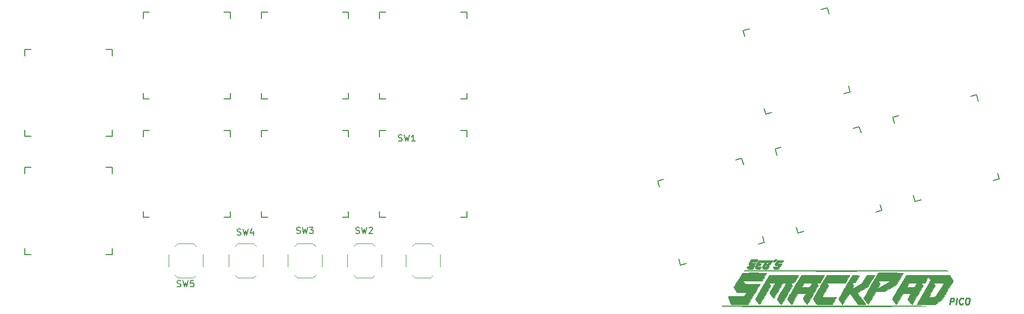
<source format=gbr>
%TF.GenerationSoftware,KiCad,Pcbnew,(6.0.1)*%
%TF.CreationDate,2023-06-03T01:29:09+02:00*%
%TF.ProjectId,cock,636f636b-2e6b-4696-9361-645f70636258,rev?*%
%TF.SameCoordinates,Original*%
%TF.FileFunction,Legend,Top*%
%TF.FilePolarity,Positive*%
%FSLAX46Y46*%
G04 Gerber Fmt 4.6, Leading zero omitted, Abs format (unit mm)*
G04 Created by KiCad (PCBNEW (6.0.1)) date 2023-06-03 01:29:09*
%MOMM*%
%LPD*%
G01*
G04 APERTURE LIST*
%ADD10C,0.250000*%
%ADD11C,0.150000*%
%ADD12C,0.120000*%
%ADD13C,0.010000*%
G04 APERTURE END LIST*
D10*
X206606488Y-92027380D02*
X206731488Y-91027380D01*
X207112440Y-91027380D01*
X207201726Y-91075000D01*
X207243392Y-91122619D01*
X207279107Y-91217857D01*
X207261250Y-91360714D01*
X207201726Y-91455952D01*
X207148154Y-91503571D01*
X207046964Y-91551190D01*
X206666011Y-91551190D01*
X207606488Y-92027380D02*
X207731488Y-91027380D01*
X208666011Y-91932142D02*
X208612440Y-91979761D01*
X208463630Y-92027380D01*
X208368392Y-92027380D01*
X208231488Y-91979761D01*
X208148154Y-91884523D01*
X208112440Y-91789285D01*
X208088630Y-91598809D01*
X208106488Y-91455952D01*
X208177916Y-91265476D01*
X208237440Y-91170238D01*
X208344583Y-91075000D01*
X208493392Y-91027380D01*
X208588630Y-91027380D01*
X208725535Y-91075000D01*
X208767202Y-91122619D01*
X209398154Y-91027380D02*
X209588630Y-91027380D01*
X209677916Y-91075000D01*
X209761250Y-91170238D01*
X209785059Y-91360714D01*
X209743392Y-91694047D01*
X209671964Y-91884523D01*
X209564821Y-91979761D01*
X209463630Y-92027380D01*
X209273154Y-92027380D01*
X209183869Y-91979761D01*
X209100535Y-91884523D01*
X209076726Y-91694047D01*
X209118392Y-91360714D01*
X209189821Y-91170238D01*
X209296964Y-91075000D01*
X209398154Y-91027380D01*
D11*
%TO.C,SW2*%
X111188666Y-80578761D02*
X111331523Y-80626380D01*
X111569619Y-80626380D01*
X111664857Y-80578761D01*
X111712476Y-80531142D01*
X111760095Y-80435904D01*
X111760095Y-80340666D01*
X111712476Y-80245428D01*
X111664857Y-80197809D01*
X111569619Y-80150190D01*
X111379142Y-80102571D01*
X111283904Y-80054952D01*
X111236285Y-80007333D01*
X111188666Y-79912095D01*
X111188666Y-79816857D01*
X111236285Y-79721619D01*
X111283904Y-79674000D01*
X111379142Y-79626380D01*
X111617238Y-79626380D01*
X111760095Y-79674000D01*
X112093428Y-79626380D02*
X112331523Y-80626380D01*
X112522000Y-79912095D01*
X112712476Y-80626380D01*
X112950571Y-79626380D01*
X113283904Y-79721619D02*
X113331523Y-79674000D01*
X113426761Y-79626380D01*
X113664857Y-79626380D01*
X113760095Y-79674000D01*
X113807714Y-79721619D01*
X113855333Y-79816857D01*
X113855333Y-79912095D01*
X113807714Y-80054952D01*
X113236285Y-80626380D01*
X113855333Y-80626380D01*
%TO.C,SW3*%
X101666666Y-80578761D02*
X101809523Y-80626380D01*
X102047619Y-80626380D01*
X102142857Y-80578761D01*
X102190476Y-80531142D01*
X102238095Y-80435904D01*
X102238095Y-80340666D01*
X102190476Y-80245428D01*
X102142857Y-80197809D01*
X102047619Y-80150190D01*
X101857142Y-80102571D01*
X101761904Y-80054952D01*
X101714285Y-80007333D01*
X101666666Y-79912095D01*
X101666666Y-79816857D01*
X101714285Y-79721619D01*
X101761904Y-79674000D01*
X101857142Y-79626380D01*
X102095238Y-79626380D01*
X102238095Y-79674000D01*
X102571428Y-79626380D02*
X102809523Y-80626380D01*
X103000000Y-79912095D01*
X103190476Y-80626380D01*
X103428571Y-79626380D01*
X103714285Y-79626380D02*
X104333333Y-79626380D01*
X104000000Y-80007333D01*
X104142857Y-80007333D01*
X104238095Y-80054952D01*
X104285714Y-80102571D01*
X104333333Y-80197809D01*
X104333333Y-80435904D01*
X104285714Y-80531142D01*
X104238095Y-80578761D01*
X104142857Y-80626380D01*
X103857142Y-80626380D01*
X103761904Y-80578761D01*
X103714285Y-80531142D01*
%TO.C,SW4*%
X92138666Y-80832761D02*
X92281523Y-80880380D01*
X92519619Y-80880380D01*
X92614857Y-80832761D01*
X92662476Y-80785142D01*
X92710095Y-80689904D01*
X92710095Y-80594666D01*
X92662476Y-80499428D01*
X92614857Y-80451809D01*
X92519619Y-80404190D01*
X92329142Y-80356571D01*
X92233904Y-80308952D01*
X92186285Y-80261333D01*
X92138666Y-80166095D01*
X92138666Y-80070857D01*
X92186285Y-79975619D01*
X92233904Y-79928000D01*
X92329142Y-79880380D01*
X92567238Y-79880380D01*
X92710095Y-79928000D01*
X93043428Y-79880380D02*
X93281523Y-80880380D01*
X93472000Y-80166095D01*
X93662476Y-80880380D01*
X93900571Y-79880380D01*
X94710095Y-80213714D02*
X94710095Y-80880380D01*
X94472000Y-79832761D02*
X94233904Y-80547047D01*
X94852952Y-80547047D01*
%TO.C,SW1*%
X118035666Y-65698761D02*
X118178523Y-65746380D01*
X118416619Y-65746380D01*
X118511857Y-65698761D01*
X118559476Y-65651142D01*
X118607095Y-65555904D01*
X118607095Y-65460666D01*
X118559476Y-65365428D01*
X118511857Y-65317809D01*
X118416619Y-65270190D01*
X118226142Y-65222571D01*
X118130904Y-65174952D01*
X118083285Y-65127333D01*
X118035666Y-65032095D01*
X118035666Y-64936857D01*
X118083285Y-64841619D01*
X118130904Y-64794000D01*
X118226142Y-64746380D01*
X118464238Y-64746380D01*
X118607095Y-64794000D01*
X118940428Y-64746380D02*
X119178523Y-65746380D01*
X119369000Y-65032095D01*
X119559476Y-65746380D01*
X119797571Y-64746380D01*
X120702333Y-65746380D02*
X120130904Y-65746380D01*
X120416619Y-65746380D02*
X120416619Y-64746380D01*
X120321380Y-64889238D01*
X120226142Y-64984476D01*
X120130904Y-65032095D01*
%TO.C,SW5*%
X82486666Y-89154761D02*
X82629523Y-89202380D01*
X82867619Y-89202380D01*
X82962857Y-89154761D01*
X83010476Y-89107142D01*
X83058095Y-89011904D01*
X83058095Y-88916666D01*
X83010476Y-88821428D01*
X82962857Y-88773809D01*
X82867619Y-88726190D01*
X82677142Y-88678571D01*
X82581904Y-88630952D01*
X82534285Y-88583333D01*
X82486666Y-88488095D01*
X82486666Y-88392857D01*
X82534285Y-88297619D01*
X82581904Y-88250000D01*
X82677142Y-88202380D01*
X82915238Y-88202380D01*
X83058095Y-88250000D01*
X83391428Y-88202380D02*
X83629523Y-89202380D01*
X83820000Y-88488095D01*
X84010476Y-89202380D01*
X84248571Y-88202380D01*
X85105714Y-88202380D02*
X84629523Y-88202380D01*
X84581904Y-88678571D01*
X84629523Y-88630952D01*
X84724761Y-88583333D01*
X84962857Y-88583333D01*
X85058095Y-88630952D01*
X85105714Y-88678571D01*
X85153333Y-88773809D01*
X85153333Y-89011904D01*
X85105714Y-89107142D01*
X85058095Y-89154761D01*
X84962857Y-89202380D01*
X84724761Y-89202380D01*
X84629523Y-89154761D01*
X84581904Y-89107142D01*
D12*
%TO.C,SW2*%
X114222000Y-87300000D02*
X113772000Y-87750000D01*
X113772000Y-82250000D02*
X111272000Y-82250000D01*
X109772000Y-86000000D02*
X109772000Y-84000000D01*
X110822000Y-87300000D02*
X111272000Y-87750000D01*
X113772000Y-87750000D02*
X111272000Y-87750000D01*
X114222000Y-82700000D02*
X113772000Y-82250000D01*
X110822000Y-82700000D02*
X111272000Y-82250000D01*
X115272000Y-86000000D02*
X115272000Y-84000000D01*
%TO.C,SW3*%
X101300000Y-87300000D02*
X101750000Y-87750000D01*
X105750000Y-86000000D02*
X105750000Y-84000000D01*
X104700000Y-87300000D02*
X104250000Y-87750000D01*
X104250000Y-82250000D02*
X101750000Y-82250000D01*
X100250000Y-86000000D02*
X100250000Y-84000000D01*
X101300000Y-82700000D02*
X101750000Y-82250000D01*
X104700000Y-82700000D02*
X104250000Y-82250000D01*
X104250000Y-87750000D02*
X101750000Y-87750000D01*
%TO.C,SW4*%
X91772000Y-82700000D02*
X92222000Y-82250000D01*
X91772000Y-87300000D02*
X92222000Y-87750000D01*
X90722000Y-86000000D02*
X90722000Y-84000000D01*
X94722000Y-87750000D02*
X92222000Y-87750000D01*
X95172000Y-87300000D02*
X94722000Y-87750000D01*
X96222000Y-86000000D02*
X96222000Y-84000000D01*
X95172000Y-82700000D02*
X94722000Y-82250000D01*
X94722000Y-82250000D02*
X92222000Y-82250000D01*
D11*
%TO.C,K5*%
X72000000Y-83000000D02*
X72000000Y-84000000D01*
X58000000Y-71000000D02*
X58000000Y-70000000D01*
X58000000Y-84000000D02*
X59000000Y-84000000D01*
X59000000Y-70000000D02*
X58000000Y-70000000D01*
X72000000Y-70000000D02*
X72000000Y-71000000D01*
X58000000Y-84000000D02*
X58000000Y-83000000D01*
X72000000Y-70000000D02*
X71000000Y-70000000D01*
X71000000Y-84000000D02*
X72000000Y-84000000D01*
%TO.C,K6*%
X78000000Y-64050000D02*
X77000000Y-64050000D01*
X77000000Y-78050000D02*
X78000000Y-78050000D01*
X90000000Y-78050000D02*
X91000000Y-78050000D01*
X91000000Y-64050000D02*
X90000000Y-64050000D01*
X91000000Y-77050000D02*
X91000000Y-78050000D01*
X77000000Y-65050000D02*
X77000000Y-64050000D01*
X91000000Y-64050000D02*
X91000000Y-65050000D01*
X77000000Y-78050000D02*
X77000000Y-77050000D01*
%TO.C,K7*%
X96000000Y-78050000D02*
X96000000Y-77050000D01*
X97000000Y-64050000D02*
X96000000Y-64050000D01*
X110000000Y-77050000D02*
X110000000Y-78050000D01*
X96000000Y-65050000D02*
X96000000Y-64050000D01*
X110000000Y-64050000D02*
X110000000Y-65050000D01*
X110000000Y-64050000D02*
X109000000Y-64050000D01*
X109000000Y-78050000D02*
X110000000Y-78050000D01*
X96000000Y-78050000D02*
X97000000Y-78050000D01*
%TO.C,K8*%
X128000000Y-78050000D02*
X129000000Y-78050000D01*
X115000000Y-78050000D02*
X115000000Y-77050000D01*
X115000000Y-78050000D02*
X116000000Y-78050000D01*
X116000000Y-64050000D02*
X115000000Y-64050000D01*
X115000000Y-65050000D02*
X115000000Y-64050000D01*
X129000000Y-77050000D02*
X129000000Y-78050000D01*
X129000000Y-64050000D02*
X129000000Y-65050000D01*
X129000000Y-64050000D02*
X128000000Y-64050000D01*
%TO.C,K9*%
X116000000Y-45000000D02*
X115000000Y-45000000D01*
X129000000Y-45000000D02*
X128000000Y-45000000D01*
X129000000Y-45000000D02*
X129000000Y-46000000D01*
X115000000Y-46000000D02*
X115000000Y-45000000D01*
X129000000Y-58000000D02*
X129000000Y-59000000D01*
X115000000Y-59000000D02*
X116000000Y-59000000D01*
X115000000Y-59000000D02*
X115000000Y-58000000D01*
X128000000Y-59000000D02*
X129000000Y-59000000D01*
%TO.C,K10*%
X110000000Y-58000000D02*
X110000000Y-59000000D01*
X110000000Y-45000000D02*
X109000000Y-45000000D01*
X96000000Y-59000000D02*
X97000000Y-59000000D01*
X109000000Y-59000000D02*
X110000000Y-59000000D01*
X96000000Y-59000000D02*
X96000000Y-58000000D01*
X110000000Y-45000000D02*
X110000000Y-46000000D01*
X96000000Y-46000000D02*
X96000000Y-45000000D01*
X97000000Y-45000000D02*
X96000000Y-45000000D01*
%TO.C,K11*%
X91000000Y-58000000D02*
X91000000Y-59000000D01*
X78000000Y-45000000D02*
X77000000Y-45000000D01*
X77000000Y-59000000D02*
X77000000Y-58000000D01*
X91000000Y-45000000D02*
X90000000Y-45000000D01*
X77000000Y-46000000D02*
X77000000Y-45000000D01*
X90000000Y-59000000D02*
X91000000Y-59000000D01*
X91000000Y-45000000D02*
X91000000Y-46000000D01*
X77000000Y-59000000D02*
X78000000Y-59000000D01*
%TO.C,K12*%
X71000000Y-65000000D02*
X72000000Y-65000000D01*
X72000000Y-51000000D02*
X72000000Y-52000000D01*
X72000000Y-51000000D02*
X71000000Y-51000000D01*
X72000000Y-64000000D02*
X72000000Y-65000000D01*
X58000000Y-65000000D02*
X59000000Y-65000000D01*
X58000000Y-65000000D02*
X58000000Y-64000000D01*
X59000000Y-51000000D02*
X58000000Y-51000000D01*
X58000000Y-52000000D02*
X58000000Y-51000000D01*
%TO.C,K2*%
X176539395Y-81098822D02*
X176798214Y-82064747D01*
X173174747Y-68541786D02*
X173433567Y-69507712D01*
X163275253Y-85688214D02*
X164241178Y-85429395D01*
X159910605Y-73131178D02*
X159651786Y-72165253D01*
X175832288Y-82323567D02*
X176798214Y-82064747D01*
X160617712Y-71906433D02*
X159651786Y-72165253D01*
X163275253Y-85688214D02*
X163016433Y-84722288D01*
X173174747Y-68541786D02*
X172208822Y-68800605D01*
%TO.C,K4*%
X197660605Y-62891178D02*
X197401786Y-61925253D01*
X214289395Y-70858822D02*
X214548214Y-71824747D01*
X210924747Y-58301786D02*
X209958822Y-58560605D01*
X201025253Y-75448214D02*
X201991178Y-75189395D01*
X213582288Y-72083567D02*
X214548214Y-71824747D01*
X210924747Y-58301786D02*
X211183567Y-59267712D01*
X198367712Y-61666433D02*
X197401786Y-61925253D01*
X201025253Y-75448214D02*
X200766433Y-74482288D01*
%TO.C,K1*%
X177025253Y-61448214D02*
X177991178Y-61189395D01*
X186924747Y-44301786D02*
X187183567Y-45267712D01*
X174367712Y-47666433D02*
X173401786Y-47925253D01*
X189582288Y-58083567D02*
X190548214Y-57824747D01*
X173660605Y-48891178D02*
X173401786Y-47925253D01*
X186924747Y-44301786D02*
X185958822Y-44560605D01*
X190289395Y-56858822D02*
X190548214Y-57824747D01*
X177025253Y-61448214D02*
X176766433Y-60482288D01*
D12*
%TO.C,SW1*%
X119170000Y-84000000D02*
X119170000Y-86000000D01*
X120670000Y-82250000D02*
X123170000Y-82250000D01*
X123620000Y-87300000D02*
X123170000Y-87750000D01*
X120220000Y-87300000D02*
X120670000Y-87750000D01*
X120670000Y-87750000D02*
X123170000Y-87750000D01*
X123620000Y-82700000D02*
X123170000Y-82250000D01*
X124670000Y-84000000D02*
X124670000Y-86000000D01*
X120220000Y-82700000D02*
X120670000Y-82250000D01*
D11*
%TO.C,K3*%
X182155253Y-80568214D02*
X181896433Y-79602288D01*
X195419395Y-75978822D02*
X195678214Y-76944747D01*
X179497712Y-66786433D02*
X178531786Y-67045253D01*
X194712288Y-77203567D02*
X195678214Y-76944747D01*
X182155253Y-80568214D02*
X183121178Y-80309395D01*
X192054747Y-63421786D02*
X192313567Y-64387712D01*
X178790605Y-68011178D02*
X178531786Y-67045253D01*
X192054747Y-63421786D02*
X191088822Y-63680605D01*
D12*
%TO.C,SW5*%
X85070000Y-87750000D02*
X82570000Y-87750000D01*
X86570000Y-86000000D02*
X86570000Y-84000000D01*
X85520000Y-82700000D02*
X85070000Y-82250000D01*
X81070000Y-86000000D02*
X81070000Y-84000000D01*
X85520000Y-87300000D02*
X85070000Y-87750000D01*
X82120000Y-82700000D02*
X82570000Y-82250000D01*
X82120000Y-87300000D02*
X82570000Y-87750000D01*
X85070000Y-82250000D02*
X82570000Y-82250000D01*
D13*
%TO.C,*%
X184039378Y-86544415D02*
X185202092Y-86544711D01*
X185202092Y-86544711D02*
X186401615Y-86545170D01*
X186401615Y-86545170D02*
X187634135Y-86545798D01*
X187634135Y-86545798D02*
X188895841Y-86546595D01*
X188895841Y-86546595D02*
X189971966Y-86547396D01*
X189971966Y-86547396D02*
X191554754Y-86548724D01*
X191554754Y-86548724D02*
X193038737Y-86550120D01*
X193038737Y-86550120D02*
X194426711Y-86551596D01*
X194426711Y-86551596D02*
X195721471Y-86553165D01*
X195721471Y-86553165D02*
X196925812Y-86554841D01*
X196925812Y-86554841D02*
X198042530Y-86556637D01*
X198042530Y-86556637D02*
X199074420Y-86558566D01*
X199074420Y-86558566D02*
X200024277Y-86560641D01*
X200024277Y-86560641D02*
X200894897Y-86562874D01*
X200894897Y-86562874D02*
X201689075Y-86565280D01*
X201689075Y-86565280D02*
X202409607Y-86567871D01*
X202409607Y-86567871D02*
X203059287Y-86570659D01*
X203059287Y-86570659D02*
X203640912Y-86573659D01*
X203640912Y-86573659D02*
X204157276Y-86576883D01*
X204157276Y-86576883D02*
X204611175Y-86580344D01*
X204611175Y-86580344D02*
X205005404Y-86584056D01*
X205005404Y-86584056D02*
X205342759Y-86588031D01*
X205342759Y-86588031D02*
X205626034Y-86592282D01*
X205626034Y-86592282D02*
X205858026Y-86596823D01*
X205858026Y-86596823D02*
X206041529Y-86601667D01*
X206041529Y-86601667D02*
X206179339Y-86606826D01*
X206179339Y-86606826D02*
X206274251Y-86612314D01*
X206274251Y-86612314D02*
X206329061Y-86618143D01*
X206329061Y-86618143D02*
X206346500Y-86623900D01*
X206346500Y-86623900D02*
X206298337Y-86629398D01*
X206298337Y-86629398D02*
X206153184Y-86634679D01*
X206153184Y-86634679D02*
X205915649Y-86639739D01*
X205915649Y-86639739D02*
X205590341Y-86644578D01*
X205590341Y-86644578D02*
X205181871Y-86649193D01*
X205181871Y-86649193D02*
X204694846Y-86653583D01*
X204694846Y-86653583D02*
X204133875Y-86657747D01*
X204133875Y-86657747D02*
X203503569Y-86661681D01*
X203503569Y-86661681D02*
X202808535Y-86665385D01*
X202808535Y-86665385D02*
X202053384Y-86668857D01*
X202053384Y-86668857D02*
X201242723Y-86672096D01*
X201242723Y-86672096D02*
X200381163Y-86675098D01*
X200381163Y-86675098D02*
X199473312Y-86677864D01*
X199473312Y-86677864D02*
X198523780Y-86680390D01*
X198523780Y-86680390D02*
X197537175Y-86682676D01*
X197537175Y-86682676D02*
X196518107Y-86684719D01*
X196518107Y-86684719D02*
X195471184Y-86686517D01*
X195471184Y-86686517D02*
X194401016Y-86688070D01*
X194401016Y-86688070D02*
X193312212Y-86689375D01*
X193312212Y-86689375D02*
X192209381Y-86690431D01*
X192209381Y-86690431D02*
X191097132Y-86691236D01*
X191097132Y-86691236D02*
X189980074Y-86691787D01*
X189980074Y-86691787D02*
X188862816Y-86692084D01*
X188862816Y-86692084D02*
X187749968Y-86692125D01*
X187749968Y-86692125D02*
X186646138Y-86691907D01*
X186646138Y-86691907D02*
X185555936Y-86691430D01*
X185555936Y-86691430D02*
X184483970Y-86690691D01*
X184483970Y-86690691D02*
X183434849Y-86689689D01*
X183434849Y-86689689D02*
X182413184Y-86688422D01*
X182413184Y-86688422D02*
X181423582Y-86686888D01*
X181423582Y-86686888D02*
X180470654Y-86685085D01*
X180470654Y-86685085D02*
X179559007Y-86683013D01*
X179559007Y-86683013D02*
X178693252Y-86680668D01*
X178693252Y-86680668D02*
X177877996Y-86678050D01*
X177877996Y-86678050D02*
X177117850Y-86675156D01*
X177117850Y-86675156D02*
X176417423Y-86671985D01*
X176417423Y-86671985D02*
X175781323Y-86668535D01*
X175781323Y-86668535D02*
X175214159Y-86664805D01*
X175214159Y-86664805D02*
X174720541Y-86660792D01*
X174720541Y-86660792D02*
X174305078Y-86656495D01*
X174305078Y-86656495D02*
X173972379Y-86651912D01*
X173972379Y-86651912D02*
X173727052Y-86647042D01*
X173727052Y-86647042D02*
X173573708Y-86641882D01*
X173573708Y-86641882D02*
X173516955Y-86636432D01*
X173516955Y-86636432D02*
X173516778Y-86636241D01*
X173516778Y-86636241D02*
X173525390Y-86576519D01*
X173525390Y-86576519D02*
X173551880Y-86559737D01*
X173551880Y-86559737D02*
X173607328Y-86557789D01*
X173607328Y-86557789D02*
X173760564Y-86555959D01*
X173760564Y-86555959D02*
X174007778Y-86554251D01*
X174007778Y-86554251D02*
X174345158Y-86552667D01*
X174345158Y-86552667D02*
X174768893Y-86551211D01*
X174768893Y-86551211D02*
X175275172Y-86549885D01*
X175275172Y-86549885D02*
X175860183Y-86548692D01*
X175860183Y-86548692D02*
X176520115Y-86547635D01*
X176520115Y-86547635D02*
X177251157Y-86546717D01*
X177251157Y-86546717D02*
X178049497Y-86545940D01*
X178049497Y-86545940D02*
X178911325Y-86545308D01*
X178911325Y-86545308D02*
X179832828Y-86544823D01*
X179832828Y-86544823D02*
X180810197Y-86544489D01*
X180810197Y-86544489D02*
X181839619Y-86544307D01*
X181839619Y-86544307D02*
X182917283Y-86544282D01*
X182917283Y-86544282D02*
X184039378Y-86544415D01*
X184039378Y-86544415D02*
X184039378Y-86544415D01*
G36*
X184039378Y-86544415D02*
G01*
X185202092Y-86544711D01*
X186401615Y-86545170D01*
X187634135Y-86545798D01*
X188895841Y-86546595D01*
X189971966Y-86547396D01*
X191554754Y-86548724D01*
X193038737Y-86550120D01*
X194426711Y-86551596D01*
X195721471Y-86553165D01*
X196925812Y-86554841D01*
X198042530Y-86556637D01*
X199074420Y-86558566D01*
X200024277Y-86560641D01*
X200894897Y-86562874D01*
X201689075Y-86565280D01*
X202409607Y-86567871D01*
X203059287Y-86570659D01*
X203640912Y-86573659D01*
X204157276Y-86576883D01*
X204611175Y-86580344D01*
X205005404Y-86584056D01*
X205342759Y-86588031D01*
X205626034Y-86592282D01*
X205858026Y-86596823D01*
X206041529Y-86601667D01*
X206179339Y-86606826D01*
X206274251Y-86612314D01*
X206329061Y-86618143D01*
X206346500Y-86623900D01*
X206298337Y-86629398D01*
X206153184Y-86634679D01*
X205915649Y-86639739D01*
X205590341Y-86644578D01*
X205181871Y-86649193D01*
X204694846Y-86653583D01*
X204133875Y-86657747D01*
X203503569Y-86661681D01*
X202808535Y-86665385D01*
X202053384Y-86668857D01*
X201242723Y-86672096D01*
X200381163Y-86675098D01*
X199473312Y-86677864D01*
X198523780Y-86680390D01*
X197537175Y-86682676D01*
X196518107Y-86684719D01*
X195471184Y-86686517D01*
X194401016Y-86688070D01*
X193312212Y-86689375D01*
X192209381Y-86690431D01*
X191097132Y-86691236D01*
X189980074Y-86691787D01*
X188862816Y-86692084D01*
X187749968Y-86692125D01*
X186646138Y-86691907D01*
X185555936Y-86691430D01*
X184483970Y-86690691D01*
X183434849Y-86689689D01*
X182413184Y-86688422D01*
X181423582Y-86686888D01*
X180470654Y-86685085D01*
X179559007Y-86683013D01*
X178693252Y-86680668D01*
X177877996Y-86678050D01*
X177117850Y-86675156D01*
X176417423Y-86671985D01*
X175781323Y-86668535D01*
X175214159Y-86664805D01*
X174720541Y-86660792D01*
X174305078Y-86656495D01*
X173972379Y-86651912D01*
X173727052Y-86647042D01*
X173573708Y-86641882D01*
X173516955Y-86636432D01*
X173516778Y-86636241D01*
X173525390Y-86576519D01*
X173551880Y-86559737D01*
X173607328Y-86557789D01*
X173760564Y-86555959D01*
X174007778Y-86554251D01*
X174345158Y-86552667D01*
X174768893Y-86551211D01*
X175275172Y-86549885D01*
X175860183Y-86548692D01*
X176520115Y-86547635D01*
X177251157Y-86546717D01*
X178049497Y-86545940D01*
X178911325Y-86545308D01*
X179832828Y-86544823D01*
X180810197Y-86544489D01*
X181839619Y-86544307D01*
X182917283Y-86544282D01*
X184039378Y-86544415D01*
G37*
X184039378Y-86544415D02*
X185202092Y-86544711D01*
X186401615Y-86545170D01*
X187634135Y-86545798D01*
X188895841Y-86546595D01*
X189971966Y-86547396D01*
X191554754Y-86548724D01*
X193038737Y-86550120D01*
X194426711Y-86551596D01*
X195721471Y-86553165D01*
X196925812Y-86554841D01*
X198042530Y-86556637D01*
X199074420Y-86558566D01*
X200024277Y-86560641D01*
X200894897Y-86562874D01*
X201689075Y-86565280D01*
X202409607Y-86567871D01*
X203059287Y-86570659D01*
X203640912Y-86573659D01*
X204157276Y-86576883D01*
X204611175Y-86580344D01*
X205005404Y-86584056D01*
X205342759Y-86588031D01*
X205626034Y-86592282D01*
X205858026Y-86596823D01*
X206041529Y-86601667D01*
X206179339Y-86606826D01*
X206274251Y-86612314D01*
X206329061Y-86618143D01*
X206346500Y-86623900D01*
X206298337Y-86629398D01*
X206153184Y-86634679D01*
X205915649Y-86639739D01*
X205590341Y-86644578D01*
X205181871Y-86649193D01*
X204694846Y-86653583D01*
X204133875Y-86657747D01*
X203503569Y-86661681D01*
X202808535Y-86665385D01*
X202053384Y-86668857D01*
X201242723Y-86672096D01*
X200381163Y-86675098D01*
X199473312Y-86677864D01*
X198523780Y-86680390D01*
X197537175Y-86682676D01*
X196518107Y-86684719D01*
X195471184Y-86686517D01*
X194401016Y-86688070D01*
X193312212Y-86689375D01*
X192209381Y-86690431D01*
X191097132Y-86691236D01*
X189980074Y-86691787D01*
X188862816Y-86692084D01*
X187749968Y-86692125D01*
X186646138Y-86691907D01*
X185555936Y-86691430D01*
X184483970Y-86690691D01*
X183434849Y-86689689D01*
X182413184Y-86688422D01*
X181423582Y-86686888D01*
X180470654Y-86685085D01*
X179559007Y-86683013D01*
X178693252Y-86680668D01*
X177877996Y-86678050D01*
X177117850Y-86675156D01*
X176417423Y-86671985D01*
X175781323Y-86668535D01*
X175214159Y-86664805D01*
X174720541Y-86660792D01*
X174305078Y-86656495D01*
X173972379Y-86651912D01*
X173727052Y-86647042D01*
X173573708Y-86641882D01*
X173516955Y-86636432D01*
X173516778Y-86636241D01*
X173525390Y-86576519D01*
X173551880Y-86559737D01*
X173607328Y-86557789D01*
X173760564Y-86555959D01*
X174007778Y-86554251D01*
X174345158Y-86552667D01*
X174768893Y-86551211D01*
X175275172Y-86549885D01*
X175860183Y-86548692D01*
X176520115Y-86547635D01*
X177251157Y-86546717D01*
X178049497Y-86545940D01*
X178911325Y-86545308D01*
X179832828Y-86544823D01*
X180810197Y-86544489D01*
X181839619Y-86544307D01*
X182917283Y-86544282D01*
X184039378Y-86544415D01*
X179590567Y-84964126D02*
X179759072Y-84973037D01*
X179759072Y-84973037D02*
X179861282Y-84986337D01*
X179861282Y-84986337D02*
X179882303Y-84998300D01*
X179882303Y-84998300D02*
X179807880Y-85150770D01*
X179807880Y-85150770D02*
X179748870Y-85244669D01*
X179748870Y-85244669D02*
X179679119Y-85294108D01*
X179679119Y-85294108D02*
X179572469Y-85313198D01*
X179572469Y-85313198D02*
X179402765Y-85316053D01*
X179402765Y-85316053D02*
X179293825Y-85315800D01*
X179293825Y-85315800D02*
X179086513Y-85317809D01*
X179086513Y-85317809D02*
X178964802Y-85326049D01*
X178964802Y-85326049D02*
X178912733Y-85343837D01*
X178912733Y-85343837D02*
X178914348Y-85374488D01*
X178914348Y-85374488D02*
X178927200Y-85392000D01*
X178927200Y-85392000D02*
X179024233Y-85443944D01*
X179024233Y-85443944D02*
X179209142Y-85466779D01*
X179209142Y-85466779D02*
X179289020Y-85468200D01*
X179289020Y-85468200D02*
X179447460Y-85474074D01*
X179447460Y-85474074D02*
X179554848Y-85489317D01*
X179554848Y-85489317D02*
X179585344Y-85506300D01*
X179585344Y-85506300D02*
X179559811Y-85563967D01*
X179559811Y-85563967D02*
X179493208Y-85686966D01*
X179493208Y-85686966D02*
X179397358Y-85853884D01*
X179397358Y-85853884D02*
X179339959Y-85950800D01*
X179339959Y-85950800D02*
X179096831Y-86357200D01*
X179096831Y-86357200D02*
X178734213Y-86372093D01*
X178734213Y-86372093D02*
X178371596Y-86386986D01*
X178371596Y-86386986D02*
X178293798Y-86200789D01*
X178293798Y-86200789D02*
X178244515Y-86078467D01*
X178244515Y-86078467D02*
X178217658Y-86003306D01*
X178217658Y-86003306D02*
X178216000Y-85995396D01*
X178216000Y-85995396D02*
X178262474Y-85985859D01*
X178262474Y-85985859D02*
X178384610Y-85978987D01*
X178384610Y-85978987D02*
X178556477Y-85976206D01*
X178556477Y-85976206D02*
X178565379Y-85976200D01*
X178565379Y-85976200D02*
X178785577Y-85967227D01*
X178785577Y-85967227D02*
X178921014Y-85938411D01*
X178921014Y-85938411D02*
X178978000Y-85900000D01*
X178978000Y-85900000D02*
X179003896Y-85852914D01*
X179003896Y-85852914D02*
X178966675Y-85830356D01*
X178966675Y-85830356D02*
X178848722Y-85823901D01*
X178848722Y-85823901D02*
X178818639Y-85823800D01*
X178818639Y-85823800D02*
X178657985Y-85809912D01*
X178657985Y-85809912D02*
X178563113Y-85760187D01*
X178563113Y-85760187D02*
X178529977Y-85718017D01*
X178529977Y-85718017D02*
X178501555Y-85653107D01*
X178501555Y-85653107D02*
X178506678Y-85579044D01*
X178506678Y-85579044D02*
X178552593Y-85471331D01*
X178552593Y-85471331D02*
X178646547Y-85305470D01*
X178646547Y-85305470D02*
X178657457Y-85287104D01*
X178657457Y-85287104D02*
X178851000Y-84961974D01*
X178851000Y-84961974D02*
X179375933Y-84961087D01*
X179375933Y-84961087D02*
X179590567Y-84964126D01*
X179590567Y-84964126D02*
X179590567Y-84964126D01*
G36*
X179590567Y-84964126D02*
G01*
X179759072Y-84973037D01*
X179861282Y-84986337D01*
X179882303Y-84998300D01*
X179807880Y-85150770D01*
X179748870Y-85244669D01*
X179679119Y-85294108D01*
X179572469Y-85313198D01*
X179402765Y-85316053D01*
X179293825Y-85315800D01*
X179086513Y-85317809D01*
X178964802Y-85326049D01*
X178912733Y-85343837D01*
X178914348Y-85374488D01*
X178927200Y-85392000D01*
X179024233Y-85443944D01*
X179209142Y-85466779D01*
X179289020Y-85468200D01*
X179447460Y-85474074D01*
X179554848Y-85489317D01*
X179585344Y-85506300D01*
X179559811Y-85563967D01*
X179493208Y-85686966D01*
X179397358Y-85853884D01*
X179339959Y-85950800D01*
X179096831Y-86357200D01*
X178734213Y-86372093D01*
X178371596Y-86386986D01*
X178293798Y-86200789D01*
X178244515Y-86078467D01*
X178217658Y-86003306D01*
X178216000Y-85995396D01*
X178262474Y-85985859D01*
X178384610Y-85978987D01*
X178556477Y-85976206D01*
X178565379Y-85976200D01*
X178785577Y-85967227D01*
X178921014Y-85938411D01*
X178978000Y-85900000D01*
X179003896Y-85852914D01*
X178966675Y-85830356D01*
X178848722Y-85823901D01*
X178818639Y-85823800D01*
X178657985Y-85809912D01*
X178563113Y-85760187D01*
X178529977Y-85718017D01*
X178501555Y-85653107D01*
X178506678Y-85579044D01*
X178552593Y-85471331D01*
X178646547Y-85305470D01*
X178657457Y-85287104D01*
X178851000Y-84961974D01*
X179375933Y-84961087D01*
X179590567Y-84964126D01*
G37*
X179590567Y-84964126D02*
X179759072Y-84973037D01*
X179861282Y-84986337D01*
X179882303Y-84998300D01*
X179807880Y-85150770D01*
X179748870Y-85244669D01*
X179679119Y-85294108D01*
X179572469Y-85313198D01*
X179402765Y-85316053D01*
X179293825Y-85315800D01*
X179086513Y-85317809D01*
X178964802Y-85326049D01*
X178912733Y-85343837D01*
X178914348Y-85374488D01*
X178927200Y-85392000D01*
X179024233Y-85443944D01*
X179209142Y-85466779D01*
X179289020Y-85468200D01*
X179447460Y-85474074D01*
X179554848Y-85489317D01*
X179585344Y-85506300D01*
X179559811Y-85563967D01*
X179493208Y-85686966D01*
X179397358Y-85853884D01*
X179339959Y-85950800D01*
X179096831Y-86357200D01*
X178734213Y-86372093D01*
X178371596Y-86386986D01*
X178293798Y-86200789D01*
X178244515Y-86078467D01*
X178217658Y-86003306D01*
X178216000Y-85995396D01*
X178262474Y-85985859D01*
X178384610Y-85978987D01*
X178556477Y-85976206D01*
X178565379Y-85976200D01*
X178785577Y-85967227D01*
X178921014Y-85938411D01*
X178978000Y-85900000D01*
X179003896Y-85852914D01*
X178966675Y-85830356D01*
X178848722Y-85823901D01*
X178818639Y-85823800D01*
X178657985Y-85809912D01*
X178563113Y-85760187D01*
X178529977Y-85718017D01*
X178501555Y-85653107D01*
X178506678Y-85579044D01*
X178552593Y-85471331D01*
X178646547Y-85305470D01*
X178657457Y-85287104D01*
X178851000Y-84961974D01*
X179375933Y-84961087D01*
X179590567Y-84964126D01*
X197539760Y-86942932D02*
X197945188Y-86944872D01*
X197945188Y-86944872D02*
X198306326Y-86948061D01*
X198306326Y-86948061D02*
X198612320Y-86952337D01*
X198612320Y-86952337D02*
X198852314Y-86957539D01*
X198852314Y-86957539D02*
X199015451Y-86963505D01*
X199015451Y-86963505D02*
X199090877Y-86970076D01*
X199090877Y-86970076D02*
X199094800Y-86971996D01*
X199094800Y-86971996D02*
X199069550Y-87022410D01*
X199069550Y-87022410D02*
X198998809Y-87146738D01*
X198998809Y-87146738D02*
X198890092Y-87332219D01*
X198890092Y-87332219D02*
X198750913Y-87566089D01*
X198750913Y-87566089D02*
X198588784Y-87835585D01*
X198588784Y-87835585D02*
X198503848Y-87975777D01*
X198503848Y-87975777D02*
X197912896Y-88948961D01*
X197912896Y-88948961D02*
X197006127Y-89443780D01*
X197006127Y-89443780D02*
X196099359Y-89938600D01*
X196099359Y-89938600D02*
X195399979Y-89940495D01*
X195399979Y-89940495D02*
X194700600Y-89942391D01*
X194700600Y-89942391D02*
X194094502Y-90984582D01*
X194094502Y-90984582D02*
X193923071Y-91278013D01*
X193923071Y-91278013D02*
X193768013Y-91540855D01*
X193768013Y-91540855D02*
X193636741Y-91760752D01*
X193636741Y-91760752D02*
X193536666Y-91925348D01*
X193536666Y-91925348D02*
X193475201Y-92022288D01*
X193475201Y-92022288D02*
X193459502Y-92043144D01*
X193459502Y-92043144D02*
X193419418Y-92011696D01*
X193419418Y-92011696D02*
X193332034Y-91913947D01*
X193332034Y-91913947D02*
X193210440Y-91765299D01*
X193210440Y-91765299D02*
X193075000Y-91590752D01*
X193075000Y-91590752D02*
X192934517Y-91401632D01*
X192934517Y-91401632D02*
X192820223Y-91240283D01*
X192820223Y-91240283D02*
X192744460Y-91124645D01*
X192744460Y-91124645D02*
X192719400Y-91073936D01*
X192719400Y-91073936D02*
X192744302Y-91021599D01*
X192744302Y-91021599D02*
X192815635Y-90890536D01*
X192815635Y-90890536D02*
X192928336Y-90689607D01*
X192928336Y-90689607D02*
X193077344Y-90427671D01*
X193077344Y-90427671D02*
X193257596Y-90113586D01*
X193257596Y-90113586D02*
X193464031Y-89756212D01*
X193464031Y-89756212D02*
X193643093Y-89447903D01*
X193643093Y-89447903D02*
X195015382Y-89447903D01*
X195015382Y-89447903D02*
X195249597Y-89316997D01*
X195249597Y-89316997D02*
X195371067Y-89249522D01*
X195371067Y-89249522D02*
X195561835Y-89144052D01*
X195561835Y-89144052D02*
X195802141Y-89011489D01*
X195802141Y-89011489D02*
X196072224Y-88862736D01*
X196072224Y-88862736D02*
X196301104Y-88736846D01*
X196301104Y-88736846D02*
X197118395Y-88287600D01*
X197118395Y-88287600D02*
X196143453Y-88273777D01*
X196143453Y-88273777D02*
X195839220Y-88270749D01*
X195839220Y-88270749D02*
X195571087Y-88270527D01*
X195571087Y-88270527D02*
X195355119Y-88272923D01*
X195355119Y-88272923D02*
X195207381Y-88277751D01*
X195207381Y-88277751D02*
X195143940Y-88284822D01*
X195143940Y-88284822D02*
X195143021Y-88285444D01*
X195143021Y-88285444D02*
X195153926Y-88338310D01*
X195153926Y-88338310D02*
X195209674Y-88445739D01*
X195209674Y-88445739D02*
X195259789Y-88525900D01*
X195259789Y-88525900D02*
X195402046Y-88740865D01*
X195402046Y-88740865D02*
X195015382Y-89447903D01*
X195015382Y-89447903D02*
X193643093Y-89447903D01*
X193643093Y-89447903D02*
X193691586Y-89364408D01*
X193691586Y-89364408D02*
X193913200Y-88984642D01*
X193913200Y-88984642D02*
X195107000Y-86943400D01*
X195107000Y-86943400D02*
X197100900Y-86942400D01*
X197100900Y-86942400D02*
X197539760Y-86942932D01*
X197539760Y-86942932D02*
X197539760Y-86942932D01*
G36*
X193913200Y-88984642D02*
G01*
X195107000Y-86943400D01*
X197100900Y-86942400D01*
X197539760Y-86942932D01*
X197945188Y-86944872D01*
X198306326Y-86948061D01*
X198612320Y-86952337D01*
X198852314Y-86957539D01*
X199015451Y-86963505D01*
X199090877Y-86970076D01*
X199094800Y-86971996D01*
X199069550Y-87022410D01*
X198998809Y-87146738D01*
X198890092Y-87332219D01*
X198750913Y-87566089D01*
X198588784Y-87835585D01*
X198503848Y-87975777D01*
X197912896Y-88948961D01*
X197006127Y-89443780D01*
X196099359Y-89938600D01*
X195399979Y-89940495D01*
X194700600Y-89942391D01*
X194094502Y-90984582D01*
X193923071Y-91278013D01*
X193768013Y-91540855D01*
X193636741Y-91760752D01*
X193536666Y-91925348D01*
X193475201Y-92022288D01*
X193459502Y-92043144D01*
X193419418Y-92011696D01*
X193332034Y-91913947D01*
X193210440Y-91765299D01*
X193075000Y-91590752D01*
X192934517Y-91401632D01*
X192820223Y-91240283D01*
X192744460Y-91124645D01*
X192719400Y-91073936D01*
X192744302Y-91021599D01*
X192815635Y-90890536D01*
X192928336Y-90689607D01*
X193077344Y-90427671D01*
X193257596Y-90113586D01*
X193464031Y-89756212D01*
X193643093Y-89447903D01*
X195015382Y-89447903D01*
X195249597Y-89316997D01*
X195371067Y-89249522D01*
X195561835Y-89144052D01*
X195802141Y-89011489D01*
X196072224Y-88862736D01*
X196301104Y-88736846D01*
X197118395Y-88287600D01*
X196143453Y-88273777D01*
X195839220Y-88270749D01*
X195571087Y-88270527D01*
X195355119Y-88272923D01*
X195207381Y-88277751D01*
X195143940Y-88284822D01*
X195143021Y-88285444D01*
X195153926Y-88338310D01*
X195209674Y-88445739D01*
X195259789Y-88525900D01*
X195402046Y-88740865D01*
X195015382Y-89447903D01*
X193643093Y-89447903D01*
X193691586Y-89364408D01*
X193913200Y-88984642D01*
G37*
X193913200Y-88984642D02*
X195107000Y-86943400D01*
X197100900Y-86942400D01*
X197539760Y-86942932D01*
X197945188Y-86944872D01*
X198306326Y-86948061D01*
X198612320Y-86952337D01*
X198852314Y-86957539D01*
X199015451Y-86963505D01*
X199090877Y-86970076D01*
X199094800Y-86971996D01*
X199069550Y-87022410D01*
X198998809Y-87146738D01*
X198890092Y-87332219D01*
X198750913Y-87566089D01*
X198588784Y-87835585D01*
X198503848Y-87975777D01*
X197912896Y-88948961D01*
X197006127Y-89443780D01*
X196099359Y-89938600D01*
X195399979Y-89940495D01*
X194700600Y-89942391D01*
X194094502Y-90984582D01*
X193923071Y-91278013D01*
X193768013Y-91540855D01*
X193636741Y-91760752D01*
X193536666Y-91925348D01*
X193475201Y-92022288D01*
X193459502Y-92043144D01*
X193419418Y-92011696D01*
X193332034Y-91913947D01*
X193210440Y-91765299D01*
X193075000Y-91590752D01*
X192934517Y-91401632D01*
X192820223Y-91240283D01*
X192744460Y-91124645D01*
X192719400Y-91073936D01*
X192744302Y-91021599D01*
X192815635Y-90890536D01*
X192928336Y-90689607D01*
X193077344Y-90427671D01*
X193257596Y-90113586D01*
X193464031Y-89756212D01*
X193643093Y-89447903D01*
X195015382Y-89447903D01*
X195249597Y-89316997D01*
X195371067Y-89249522D01*
X195561835Y-89144052D01*
X195802141Y-89011489D01*
X196072224Y-88862736D01*
X196301104Y-88736846D01*
X197118395Y-88287600D01*
X196143453Y-88273777D01*
X195839220Y-88270749D01*
X195571087Y-88270527D01*
X195355119Y-88272923D01*
X195207381Y-88277751D01*
X195143940Y-88284822D01*
X195143021Y-88285444D01*
X195153926Y-88338310D01*
X195209674Y-88445739D01*
X195259789Y-88525900D01*
X195402046Y-88740865D01*
X195015382Y-89447903D01*
X193643093Y-89447903D01*
X193691586Y-89364408D01*
X193913200Y-88984642D01*
X186353303Y-87512900D02*
X186283649Y-87628815D01*
X186283649Y-87628815D02*
X186179727Y-87803643D01*
X186179727Y-87803643D02*
X186058605Y-88008618D01*
X186058605Y-88008618D02*
X185991595Y-88122500D01*
X185991595Y-88122500D02*
X185730469Y-88566999D01*
X185730469Y-88566999D02*
X185478434Y-88567000D01*
X185478434Y-88567000D02*
X185334127Y-88573907D01*
X185334127Y-88573907D02*
X185242862Y-88591553D01*
X185242862Y-88591553D02*
X185226258Y-88605100D01*
X185226258Y-88605100D02*
X185248136Y-88669378D01*
X185248136Y-88669378D02*
X185303598Y-88787801D01*
X185303598Y-88787801D02*
X185335717Y-88850139D01*
X185335717Y-88850139D02*
X185445317Y-89057078D01*
X185445317Y-89057078D02*
X184561158Y-90563380D01*
X184561158Y-90563380D02*
X184352850Y-90917041D01*
X184352850Y-90917041D02*
X184160564Y-91241152D01*
X184160564Y-91241152D02*
X183990354Y-91525689D01*
X183990354Y-91525689D02*
X183848275Y-91760627D01*
X183848275Y-91760627D02*
X183740381Y-91935942D01*
X183740381Y-91935942D02*
X183672728Y-92041611D01*
X183672728Y-92041611D02*
X183651600Y-92069266D01*
X183651600Y-92069266D02*
X183614105Y-92031266D01*
X183614105Y-92031266D02*
X183532950Y-91931429D01*
X183532950Y-91931429D02*
X183423683Y-91790480D01*
X183423683Y-91790480D02*
X183301852Y-91629147D01*
X183301852Y-91629147D02*
X183183005Y-91468156D01*
X183183005Y-91468156D02*
X183082688Y-91328236D01*
X183082688Y-91328236D02*
X183016451Y-91230113D01*
X183016451Y-91230113D02*
X182999588Y-91200058D01*
X182999588Y-91200058D02*
X183015936Y-91139995D01*
X183015936Y-91139995D02*
X183073962Y-91014768D01*
X183073962Y-91014768D02*
X183163056Y-90846325D01*
X183163056Y-90846325D02*
X183215488Y-90753533D01*
X183215488Y-90753533D02*
X183317698Y-90573497D01*
X183317698Y-90573497D02*
X183397084Y-90428270D01*
X183397084Y-90428270D02*
X183442231Y-90339001D01*
X183442231Y-90339001D02*
X183448400Y-90321966D01*
X183448400Y-90321966D02*
X183400835Y-90311365D01*
X183400835Y-90311365D02*
X183271073Y-90302631D01*
X183271073Y-90302631D02*
X183078511Y-90296625D01*
X183078511Y-90296625D02*
X182842546Y-90294212D01*
X182842546Y-90294212D02*
X182823988Y-90294200D01*
X182823988Y-90294200D02*
X182199576Y-90294200D01*
X182199576Y-90294200D02*
X181723032Y-91109264D01*
X181723032Y-91109264D02*
X181568363Y-91372760D01*
X181568363Y-91372760D02*
X181428179Y-91609619D01*
X181428179Y-91609619D02*
X181311742Y-91804349D01*
X181311742Y-91804349D02*
X181228310Y-91941462D01*
X181228310Y-91941462D02*
X181188041Y-92004260D01*
X181188041Y-92004260D02*
X181153761Y-92028705D01*
X181153761Y-92028705D02*
X181105464Y-92009834D01*
X181105464Y-92009834D02*
X181031715Y-91936863D01*
X181031715Y-91936863D02*
X180921080Y-91799008D01*
X180921080Y-91799008D02*
X180803097Y-91641232D01*
X180803097Y-91641232D02*
X180671511Y-91455644D01*
X180671511Y-91455644D02*
X180568542Y-91296820D01*
X180568542Y-91296820D02*
X180506088Y-91184010D01*
X180506088Y-91184010D02*
X180493259Y-91139936D01*
X180493259Y-91139936D02*
X180522283Y-91085342D01*
X180522283Y-91085342D02*
X180598447Y-90953093D01*
X180598447Y-90953093D02*
X180716261Y-90752439D01*
X180716261Y-90752439D02*
X180870231Y-90492630D01*
X180870231Y-90492630D02*
X181054865Y-90182914D01*
X181054865Y-90182914D02*
X181264671Y-89832542D01*
X181264671Y-89832542D02*
X181494157Y-89450762D01*
X181494157Y-89450762D02*
X181598177Y-89278200D01*
X181598177Y-89278200D02*
X182791425Y-89278200D01*
X182791425Y-89278200D02*
X183437412Y-89277226D01*
X183437412Y-89277226D02*
X184083400Y-89276253D01*
X184083400Y-89276253D02*
X184273900Y-88950444D01*
X184273900Y-88950444D02*
X184365955Y-88789391D01*
X184365955Y-88789391D02*
X184433570Y-88664214D01*
X184433570Y-88664214D02*
X184463868Y-88598881D01*
X184463868Y-88598881D02*
X184464400Y-88595817D01*
X184464400Y-88595817D02*
X184416840Y-88584800D01*
X184416840Y-88584800D02*
X184287112Y-88575727D01*
X184287112Y-88575727D02*
X184094642Y-88569497D01*
X184094642Y-88569497D02*
X183858855Y-88567010D01*
X183858855Y-88567010D02*
X183841836Y-88567000D01*
X183841836Y-88567000D02*
X183219273Y-88567000D01*
X183219273Y-88567000D02*
X182791425Y-89278200D01*
X182791425Y-89278200D02*
X181598177Y-89278200D01*
X181598177Y-89278200D02*
X181636259Y-89215026D01*
X181636259Y-89215026D02*
X182762600Y-87348452D01*
X182762600Y-87348452D02*
X186453886Y-87347800D01*
X186453886Y-87347800D02*
X186353303Y-87512900D01*
X186353303Y-87512900D02*
X186353303Y-87512900D01*
G36*
X182762600Y-87348452D02*
G01*
X186453886Y-87347800D01*
X186353303Y-87512900D01*
X186283649Y-87628815D01*
X186179727Y-87803643D01*
X186058605Y-88008618D01*
X185991595Y-88122500D01*
X185730469Y-88566999D01*
X185478434Y-88567000D01*
X185334127Y-88573907D01*
X185242862Y-88591553D01*
X185226258Y-88605100D01*
X185248136Y-88669378D01*
X185303598Y-88787801D01*
X185335717Y-88850139D01*
X185445317Y-89057078D01*
X184561158Y-90563380D01*
X184352850Y-90917041D01*
X184160564Y-91241152D01*
X183990354Y-91525689D01*
X183848275Y-91760627D01*
X183740381Y-91935942D01*
X183672728Y-92041611D01*
X183651600Y-92069266D01*
X183614105Y-92031266D01*
X183532950Y-91931429D01*
X183423683Y-91790480D01*
X183301852Y-91629147D01*
X183183005Y-91468156D01*
X183082688Y-91328236D01*
X183016451Y-91230113D01*
X182999588Y-91200058D01*
X183015936Y-91139995D01*
X183073962Y-91014768D01*
X183163056Y-90846325D01*
X183215488Y-90753533D01*
X183317698Y-90573497D01*
X183397084Y-90428270D01*
X183442231Y-90339001D01*
X183448400Y-90321966D01*
X183400835Y-90311365D01*
X183271073Y-90302631D01*
X183078511Y-90296625D01*
X182842546Y-90294212D01*
X182823988Y-90294200D01*
X182199576Y-90294200D01*
X181723032Y-91109264D01*
X181568363Y-91372760D01*
X181428179Y-91609619D01*
X181311742Y-91804349D01*
X181228310Y-91941462D01*
X181188041Y-92004260D01*
X181153761Y-92028705D01*
X181105464Y-92009834D01*
X181031715Y-91936863D01*
X180921080Y-91799008D01*
X180803097Y-91641232D01*
X180671511Y-91455644D01*
X180568542Y-91296820D01*
X180506088Y-91184010D01*
X180493259Y-91139936D01*
X180522283Y-91085342D01*
X180598447Y-90953093D01*
X180716261Y-90752439D01*
X180870231Y-90492630D01*
X181054865Y-90182914D01*
X181264671Y-89832542D01*
X181494157Y-89450762D01*
X181598177Y-89278200D01*
X182791425Y-89278200D01*
X183437412Y-89277226D01*
X184083400Y-89276253D01*
X184273900Y-88950444D01*
X184365955Y-88789391D01*
X184433570Y-88664214D01*
X184463868Y-88598881D01*
X184464400Y-88595817D01*
X184416840Y-88584800D01*
X184287112Y-88575727D01*
X184094642Y-88569497D01*
X183858855Y-88567010D01*
X183841836Y-88567000D01*
X183219273Y-88567000D01*
X182791425Y-89278200D01*
X181598177Y-89278200D01*
X181636259Y-89215026D01*
X182762600Y-87348452D01*
G37*
X182762600Y-87348452D02*
X186453886Y-87347800D01*
X186353303Y-87512900D01*
X186283649Y-87628815D01*
X186179727Y-87803643D01*
X186058605Y-88008618D01*
X185991595Y-88122500D01*
X185730469Y-88566999D01*
X185478434Y-88567000D01*
X185334127Y-88573907D01*
X185242862Y-88591553D01*
X185226258Y-88605100D01*
X185248136Y-88669378D01*
X185303598Y-88787801D01*
X185335717Y-88850139D01*
X185445317Y-89057078D01*
X184561158Y-90563380D01*
X184352850Y-90917041D01*
X184160564Y-91241152D01*
X183990354Y-91525689D01*
X183848275Y-91760627D01*
X183740381Y-91935942D01*
X183672728Y-92041611D01*
X183651600Y-92069266D01*
X183614105Y-92031266D01*
X183532950Y-91931429D01*
X183423683Y-91790480D01*
X183301852Y-91629147D01*
X183183005Y-91468156D01*
X183082688Y-91328236D01*
X183016451Y-91230113D01*
X182999588Y-91200058D01*
X183015936Y-91139995D01*
X183073962Y-91014768D01*
X183163056Y-90846325D01*
X183215488Y-90753533D01*
X183317698Y-90573497D01*
X183397084Y-90428270D01*
X183442231Y-90339001D01*
X183448400Y-90321966D01*
X183400835Y-90311365D01*
X183271073Y-90302631D01*
X183078511Y-90296625D01*
X182842546Y-90294212D01*
X182823988Y-90294200D01*
X182199576Y-90294200D01*
X181723032Y-91109264D01*
X181568363Y-91372760D01*
X181428179Y-91609619D01*
X181311742Y-91804349D01*
X181228310Y-91941462D01*
X181188041Y-92004260D01*
X181153761Y-92028705D01*
X181105464Y-92009834D01*
X181031715Y-91936863D01*
X180921080Y-91799008D01*
X180803097Y-91641232D01*
X180671511Y-91455644D01*
X180568542Y-91296820D01*
X180506088Y-91184010D01*
X180493259Y-91139936D01*
X180522283Y-91085342D01*
X180598447Y-90953093D01*
X180716261Y-90752439D01*
X180870231Y-90492630D01*
X181054865Y-90182914D01*
X181264671Y-89832542D01*
X181494157Y-89450762D01*
X181598177Y-89278200D01*
X182791425Y-89278200D01*
X183437412Y-89277226D01*
X184083400Y-89276253D01*
X184273900Y-88950444D01*
X184365955Y-88789391D01*
X184433570Y-88664214D01*
X184463868Y-88598881D01*
X184464400Y-88595817D01*
X184416840Y-88584800D01*
X184287112Y-88575727D01*
X184094642Y-88569497D01*
X183858855Y-88567010D01*
X183841836Y-88567000D01*
X183219273Y-88567000D01*
X182791425Y-89278200D01*
X181598177Y-89278200D01*
X181636259Y-89215026D01*
X182762600Y-87348452D01*
X175447880Y-84811062D02*
X175627923Y-84819904D01*
X175627923Y-84819904D02*
X175744156Y-84832905D01*
X175744156Y-84832905D02*
X175777410Y-84845900D01*
X175777410Y-84845900D02*
X175753020Y-84910441D01*
X175753020Y-84910441D02*
X175692963Y-85021686D01*
X175692963Y-85021686D02*
X175676556Y-85049100D01*
X175676556Y-85049100D02*
X175575893Y-85214200D01*
X175575893Y-85214200D02*
X175139113Y-85214200D01*
X175139113Y-85214200D02*
X174917281Y-85218175D01*
X174917281Y-85218175D02*
X174783999Y-85231405D01*
X174783999Y-85231405D02*
X174726480Y-85255842D01*
X174726480Y-85255842D02*
X174723330Y-85277700D01*
X174723330Y-85277700D02*
X174787670Y-85317441D01*
X174787670Y-85317441D02*
X174945933Y-85344907D01*
X174945933Y-85344907D02*
X175112031Y-85356195D01*
X175112031Y-85356195D02*
X175287804Y-85368113D01*
X175287804Y-85368113D02*
X175412985Y-85385758D01*
X175412985Y-85385758D02*
X175463764Y-85405595D01*
X175463764Y-85405595D02*
X175463568Y-85408374D01*
X175463568Y-85408374D02*
X175432715Y-85465195D01*
X175432715Y-85465195D02*
X175361918Y-85589794D01*
X175361918Y-85589794D02*
X175262558Y-85762268D01*
X175262558Y-85762268D02*
X175174385Y-85914079D01*
X175174385Y-85914079D02*
X174901371Y-86382600D01*
X174901371Y-86382600D02*
X174532905Y-86382600D01*
X174532905Y-86382600D02*
X174290109Y-86372001D01*
X174290109Y-86372001D02*
X174145314Y-86340057D01*
X174145314Y-86340057D02*
X174107721Y-86314258D01*
X174107721Y-86314258D02*
X174057323Y-86216848D01*
X174057323Y-86216848D02*
X174019400Y-86087901D01*
X174019400Y-86087901D02*
X173987797Y-85929886D01*
X173987797Y-85929886D02*
X174383321Y-85914943D01*
X174383321Y-85914943D02*
X174618669Y-85897721D01*
X174618669Y-85897721D02*
X174758850Y-85867764D01*
X174758850Y-85867764D02*
X174799856Y-85836500D01*
X174799856Y-85836500D02*
X174777815Y-85794451D01*
X174777815Y-85794451D02*
X174669546Y-85775069D01*
X174669546Y-85775069D02*
X174586944Y-85773000D01*
X174586944Y-85773000D02*
X174435477Y-85764542D01*
X174435477Y-85764542D02*
X174350666Y-85729375D01*
X174350666Y-85729375D02*
X174298281Y-85652808D01*
X174298281Y-85652808D02*
X174296156Y-85648194D01*
X174296156Y-85648194D02*
X174273920Y-85574992D01*
X174273920Y-85574992D02*
X174282906Y-85494197D01*
X174282906Y-85494197D02*
X174330958Y-85382046D01*
X174330958Y-85382046D02*
X174425921Y-85214776D01*
X174425921Y-85214776D02*
X174455474Y-85165594D01*
X174455474Y-85165594D02*
X174671656Y-84807800D01*
X174671656Y-84807800D02*
X175224628Y-84807800D01*
X175224628Y-84807800D02*
X175447880Y-84811062D01*
X175447880Y-84811062D02*
X175447880Y-84811062D01*
G36*
X175447880Y-84811062D02*
G01*
X175627923Y-84819904D01*
X175744156Y-84832905D01*
X175777410Y-84845900D01*
X175753020Y-84910441D01*
X175692963Y-85021686D01*
X175676556Y-85049100D01*
X175575893Y-85214200D01*
X175139113Y-85214200D01*
X174917281Y-85218175D01*
X174783999Y-85231405D01*
X174726480Y-85255842D01*
X174723330Y-85277700D01*
X174787670Y-85317441D01*
X174945933Y-85344907D01*
X175112031Y-85356195D01*
X175287804Y-85368113D01*
X175412985Y-85385758D01*
X175463764Y-85405595D01*
X175463568Y-85408374D01*
X175432715Y-85465195D01*
X175361918Y-85589794D01*
X175262558Y-85762268D01*
X175174385Y-85914079D01*
X174901371Y-86382600D01*
X174532905Y-86382600D01*
X174290109Y-86372001D01*
X174145314Y-86340057D01*
X174107721Y-86314258D01*
X174057323Y-86216848D01*
X174019400Y-86087901D01*
X173987797Y-85929886D01*
X174383321Y-85914943D01*
X174618669Y-85897721D01*
X174758850Y-85867764D01*
X174799856Y-85836500D01*
X174777815Y-85794451D01*
X174669546Y-85775069D01*
X174586944Y-85773000D01*
X174435477Y-85764542D01*
X174350666Y-85729375D01*
X174298281Y-85652808D01*
X174296156Y-85648194D01*
X174273920Y-85574992D01*
X174282906Y-85494197D01*
X174330958Y-85382046D01*
X174425921Y-85214776D01*
X174455474Y-85165594D01*
X174671656Y-84807800D01*
X175224628Y-84807800D01*
X175447880Y-84811062D01*
G37*
X175447880Y-84811062D02*
X175627923Y-84819904D01*
X175744156Y-84832905D01*
X175777410Y-84845900D01*
X175753020Y-84910441D01*
X175692963Y-85021686D01*
X175676556Y-85049100D01*
X175575893Y-85214200D01*
X175139113Y-85214200D01*
X174917281Y-85218175D01*
X174783999Y-85231405D01*
X174726480Y-85255842D01*
X174723330Y-85277700D01*
X174787670Y-85317441D01*
X174945933Y-85344907D01*
X175112031Y-85356195D01*
X175287804Y-85368113D01*
X175412985Y-85385758D01*
X175463764Y-85405595D01*
X175463568Y-85408374D01*
X175432715Y-85465195D01*
X175361918Y-85589794D01*
X175262558Y-85762268D01*
X175174385Y-85914079D01*
X174901371Y-86382600D01*
X174532905Y-86382600D01*
X174290109Y-86372001D01*
X174145314Y-86340057D01*
X174107721Y-86314258D01*
X174057323Y-86216848D01*
X174019400Y-86087901D01*
X173987797Y-85929886D01*
X174383321Y-85914943D01*
X174618669Y-85897721D01*
X174758850Y-85867764D01*
X174799856Y-85836500D01*
X174777815Y-85794451D01*
X174669546Y-85775069D01*
X174586944Y-85773000D01*
X174435477Y-85764542D01*
X174350666Y-85729375D01*
X174298281Y-85652808D01*
X174296156Y-85648194D01*
X174273920Y-85574992D01*
X174282906Y-85494197D01*
X174330958Y-85382046D01*
X174425921Y-85214776D01*
X174455474Y-85165594D01*
X174671656Y-84807800D01*
X175224628Y-84807800D01*
X175447880Y-84811062D01*
X180483378Y-92234015D02*
X181646092Y-92234311D01*
X181646092Y-92234311D02*
X182845615Y-92234770D01*
X182845615Y-92234770D02*
X184078135Y-92235398D01*
X184078135Y-92235398D02*
X185339841Y-92236195D01*
X185339841Y-92236195D02*
X186415966Y-92236996D01*
X186415966Y-92236996D02*
X187998754Y-92238324D01*
X187998754Y-92238324D02*
X189482737Y-92239720D01*
X189482737Y-92239720D02*
X190870711Y-92241196D01*
X190870711Y-92241196D02*
X192165471Y-92242765D01*
X192165471Y-92242765D02*
X193369812Y-92244441D01*
X193369812Y-92244441D02*
X194486530Y-92246237D01*
X194486530Y-92246237D02*
X195518420Y-92248166D01*
X195518420Y-92248166D02*
X196468277Y-92250241D01*
X196468277Y-92250241D02*
X197338897Y-92252474D01*
X197338897Y-92252474D02*
X198133075Y-92254880D01*
X198133075Y-92254880D02*
X198853607Y-92257471D01*
X198853607Y-92257471D02*
X199503287Y-92260259D01*
X199503287Y-92260259D02*
X200084912Y-92263259D01*
X200084912Y-92263259D02*
X200601276Y-92266483D01*
X200601276Y-92266483D02*
X201055175Y-92269944D01*
X201055175Y-92269944D02*
X201449404Y-92273656D01*
X201449404Y-92273656D02*
X201786759Y-92277631D01*
X201786759Y-92277631D02*
X202070034Y-92281882D01*
X202070034Y-92281882D02*
X202302026Y-92286423D01*
X202302026Y-92286423D02*
X202485529Y-92291267D01*
X202485529Y-92291267D02*
X202623339Y-92296426D01*
X202623339Y-92296426D02*
X202718251Y-92301914D01*
X202718251Y-92301914D02*
X202773061Y-92307743D01*
X202773061Y-92307743D02*
X202790500Y-92313500D01*
X202790500Y-92313500D02*
X202742337Y-92318998D01*
X202742337Y-92318998D02*
X202597184Y-92324279D01*
X202597184Y-92324279D02*
X202359649Y-92329339D01*
X202359649Y-92329339D02*
X202034341Y-92334178D01*
X202034341Y-92334178D02*
X201625871Y-92338793D01*
X201625871Y-92338793D02*
X201138846Y-92343183D01*
X201138846Y-92343183D02*
X200577875Y-92347347D01*
X200577875Y-92347347D02*
X199947569Y-92351281D01*
X199947569Y-92351281D02*
X199252535Y-92354985D01*
X199252535Y-92354985D02*
X198497384Y-92358457D01*
X198497384Y-92358457D02*
X197686723Y-92361696D01*
X197686723Y-92361696D02*
X196825163Y-92364698D01*
X196825163Y-92364698D02*
X195917312Y-92367464D01*
X195917312Y-92367464D02*
X194967780Y-92369990D01*
X194967780Y-92369990D02*
X193981175Y-92372276D01*
X193981175Y-92372276D02*
X192962107Y-92374319D01*
X192962107Y-92374319D02*
X191915184Y-92376117D01*
X191915184Y-92376117D02*
X190845016Y-92377670D01*
X190845016Y-92377670D02*
X189756212Y-92378975D01*
X189756212Y-92378975D02*
X188653381Y-92380031D01*
X188653381Y-92380031D02*
X187541132Y-92380836D01*
X187541132Y-92380836D02*
X186424074Y-92381387D01*
X186424074Y-92381387D02*
X185306816Y-92381684D01*
X185306816Y-92381684D02*
X184193968Y-92381725D01*
X184193968Y-92381725D02*
X183090138Y-92381507D01*
X183090138Y-92381507D02*
X181999936Y-92381030D01*
X181999936Y-92381030D02*
X180927970Y-92380291D01*
X180927970Y-92380291D02*
X179878849Y-92379289D01*
X179878849Y-92379289D02*
X178857184Y-92378022D01*
X178857184Y-92378022D02*
X177867582Y-92376488D01*
X177867582Y-92376488D02*
X176914654Y-92374685D01*
X176914654Y-92374685D02*
X176003007Y-92372613D01*
X176003007Y-92372613D02*
X175137252Y-92370268D01*
X175137252Y-92370268D02*
X174321996Y-92367650D01*
X174321996Y-92367650D02*
X173561850Y-92364756D01*
X173561850Y-92364756D02*
X172861423Y-92361585D01*
X172861423Y-92361585D02*
X172225323Y-92358135D01*
X172225323Y-92358135D02*
X171658159Y-92354405D01*
X171658159Y-92354405D02*
X171164541Y-92350392D01*
X171164541Y-92350392D02*
X170749078Y-92346095D01*
X170749078Y-92346095D02*
X170416379Y-92341512D01*
X170416379Y-92341512D02*
X170171052Y-92336642D01*
X170171052Y-92336642D02*
X170017708Y-92331482D01*
X170017708Y-92331482D02*
X169960955Y-92326032D01*
X169960955Y-92326032D02*
X169960778Y-92325841D01*
X169960778Y-92325841D02*
X169969390Y-92266119D01*
X169969390Y-92266119D02*
X169995880Y-92249337D01*
X169995880Y-92249337D02*
X170051328Y-92247389D01*
X170051328Y-92247389D02*
X170204564Y-92245559D01*
X170204564Y-92245559D02*
X170451778Y-92243851D01*
X170451778Y-92243851D02*
X170789158Y-92242267D01*
X170789158Y-92242267D02*
X171212893Y-92240811D01*
X171212893Y-92240811D02*
X171719172Y-92239485D01*
X171719172Y-92239485D02*
X172304183Y-92238292D01*
X172304183Y-92238292D02*
X172964115Y-92237235D01*
X172964115Y-92237235D02*
X173695157Y-92236317D01*
X173695157Y-92236317D02*
X174493497Y-92235540D01*
X174493497Y-92235540D02*
X175355325Y-92234908D01*
X175355325Y-92234908D02*
X176276828Y-92234423D01*
X176276828Y-92234423D02*
X177254197Y-92234089D01*
X177254197Y-92234089D02*
X178283619Y-92233907D01*
X178283619Y-92233907D02*
X179361283Y-92233882D01*
X179361283Y-92233882D02*
X180483378Y-92234015D01*
X180483378Y-92234015D02*
X180483378Y-92234015D01*
G36*
X180483378Y-92234015D02*
G01*
X181646092Y-92234311D01*
X182845615Y-92234770D01*
X184078135Y-92235398D01*
X185339841Y-92236195D01*
X186415966Y-92236996D01*
X187998754Y-92238324D01*
X189482737Y-92239720D01*
X190870711Y-92241196D01*
X192165471Y-92242765D01*
X193369812Y-92244441D01*
X194486530Y-92246237D01*
X195518420Y-92248166D01*
X196468277Y-92250241D01*
X197338897Y-92252474D01*
X198133075Y-92254880D01*
X198853607Y-92257471D01*
X199503287Y-92260259D01*
X200084912Y-92263259D01*
X200601276Y-92266483D01*
X201055175Y-92269944D01*
X201449404Y-92273656D01*
X201786759Y-92277631D01*
X202070034Y-92281882D01*
X202302026Y-92286423D01*
X202485529Y-92291267D01*
X202623339Y-92296426D01*
X202718251Y-92301914D01*
X202773061Y-92307743D01*
X202790500Y-92313500D01*
X202742337Y-92318998D01*
X202597184Y-92324279D01*
X202359649Y-92329339D01*
X202034341Y-92334178D01*
X201625871Y-92338793D01*
X201138846Y-92343183D01*
X200577875Y-92347347D01*
X199947569Y-92351281D01*
X199252535Y-92354985D01*
X198497384Y-92358457D01*
X197686723Y-92361696D01*
X196825163Y-92364698D01*
X195917312Y-92367464D01*
X194967780Y-92369990D01*
X193981175Y-92372276D01*
X192962107Y-92374319D01*
X191915184Y-92376117D01*
X190845016Y-92377670D01*
X189756212Y-92378975D01*
X188653381Y-92380031D01*
X187541132Y-92380836D01*
X186424074Y-92381387D01*
X185306816Y-92381684D01*
X184193968Y-92381725D01*
X183090138Y-92381507D01*
X181999936Y-92381030D01*
X180927970Y-92380291D01*
X179878849Y-92379289D01*
X178857184Y-92378022D01*
X177867582Y-92376488D01*
X176914654Y-92374685D01*
X176003007Y-92372613D01*
X175137252Y-92370268D01*
X174321996Y-92367650D01*
X173561850Y-92364756D01*
X172861423Y-92361585D01*
X172225323Y-92358135D01*
X171658159Y-92354405D01*
X171164541Y-92350392D01*
X170749078Y-92346095D01*
X170416379Y-92341512D01*
X170171052Y-92336642D01*
X170017708Y-92331482D01*
X169960955Y-92326032D01*
X169960778Y-92325841D01*
X169969390Y-92266119D01*
X169995880Y-92249337D01*
X170051328Y-92247389D01*
X170204564Y-92245559D01*
X170451778Y-92243851D01*
X170789158Y-92242267D01*
X171212893Y-92240811D01*
X171719172Y-92239485D01*
X172304183Y-92238292D01*
X172964115Y-92237235D01*
X173695157Y-92236317D01*
X174493497Y-92235540D01*
X175355325Y-92234908D01*
X176276828Y-92234423D01*
X177254197Y-92234089D01*
X178283619Y-92233907D01*
X179361283Y-92233882D01*
X180483378Y-92234015D01*
G37*
X180483378Y-92234015D02*
X181646092Y-92234311D01*
X182845615Y-92234770D01*
X184078135Y-92235398D01*
X185339841Y-92236195D01*
X186415966Y-92236996D01*
X187998754Y-92238324D01*
X189482737Y-92239720D01*
X190870711Y-92241196D01*
X192165471Y-92242765D01*
X193369812Y-92244441D01*
X194486530Y-92246237D01*
X195518420Y-92248166D01*
X196468277Y-92250241D01*
X197338897Y-92252474D01*
X198133075Y-92254880D01*
X198853607Y-92257471D01*
X199503287Y-92260259D01*
X200084912Y-92263259D01*
X200601276Y-92266483D01*
X201055175Y-92269944D01*
X201449404Y-92273656D01*
X201786759Y-92277631D01*
X202070034Y-92281882D01*
X202302026Y-92286423D01*
X202485529Y-92291267D01*
X202623339Y-92296426D01*
X202718251Y-92301914D01*
X202773061Y-92307743D01*
X202790500Y-92313500D01*
X202742337Y-92318998D01*
X202597184Y-92324279D01*
X202359649Y-92329339D01*
X202034341Y-92334178D01*
X201625871Y-92338793D01*
X201138846Y-92343183D01*
X200577875Y-92347347D01*
X199947569Y-92351281D01*
X199252535Y-92354985D01*
X198497384Y-92358457D01*
X197686723Y-92361696D01*
X196825163Y-92364698D01*
X195917312Y-92367464D01*
X194967780Y-92369990D01*
X193981175Y-92372276D01*
X192962107Y-92374319D01*
X191915184Y-92376117D01*
X190845016Y-92377670D01*
X189756212Y-92378975D01*
X188653381Y-92380031D01*
X187541132Y-92380836D01*
X186424074Y-92381387D01*
X185306816Y-92381684D01*
X184193968Y-92381725D01*
X183090138Y-92381507D01*
X181999936Y-92381030D01*
X180927970Y-92380291D01*
X179878849Y-92379289D01*
X178857184Y-92378022D01*
X177867582Y-92376488D01*
X176914654Y-92374685D01*
X176003007Y-92372613D01*
X175137252Y-92370268D01*
X174321996Y-92367650D01*
X173561850Y-92364756D01*
X172861423Y-92361585D01*
X172225323Y-92358135D01*
X171658159Y-92354405D01*
X171164541Y-92350392D01*
X170749078Y-92346095D01*
X170416379Y-92341512D01*
X170171052Y-92336642D01*
X170017708Y-92331482D01*
X169960955Y-92326032D01*
X169960778Y-92325841D01*
X169969390Y-92266119D01*
X169995880Y-92249337D01*
X170051328Y-92247389D01*
X170204564Y-92245559D01*
X170451778Y-92243851D01*
X170789158Y-92242267D01*
X171212893Y-92240811D01*
X171719172Y-92239485D01*
X172304183Y-92238292D01*
X172964115Y-92237235D01*
X173695157Y-92236317D01*
X174493497Y-92235540D01*
X175355325Y-92234908D01*
X176276828Y-92234423D01*
X177254197Y-92234089D01*
X178283619Y-92233907D01*
X179361283Y-92233882D01*
X180483378Y-92234015D01*
X177805144Y-84962807D02*
X177978931Y-84969854D01*
X177978931Y-84969854D02*
X178087904Y-84980174D01*
X178087904Y-84980174D02*
X178114400Y-84989254D01*
X178114400Y-84989254D02*
X178090327Y-85048726D01*
X178090327Y-85048726D02*
X178030583Y-85160865D01*
X178030583Y-85160865D02*
X177953881Y-85293718D01*
X177953881Y-85293718D02*
X177878931Y-85415333D01*
X177878931Y-85415333D02*
X177824446Y-85493761D01*
X177824446Y-85493761D02*
X177811483Y-85506501D01*
X177811483Y-85506501D02*
X177754069Y-85539079D01*
X177754069Y-85539079D02*
X177646756Y-85603244D01*
X177646756Y-85603244D02*
X177619686Y-85619698D01*
X177619686Y-85619698D02*
X177514675Y-85693219D01*
X177514675Y-85693219D02*
X177484130Y-85756281D01*
X177484130Y-85756281D02*
X177510509Y-85841444D01*
X177510509Y-85841444D02*
X177535370Y-85931159D01*
X177535370Y-85931159D02*
X177513517Y-86025226D01*
X177513517Y-86025226D02*
X177436047Y-86158963D01*
X177436047Y-86158963D02*
X177426972Y-86172747D01*
X177426972Y-86172747D02*
X177288098Y-86382600D01*
X177288098Y-86382600D02*
X176951949Y-86381003D01*
X176951949Y-86381003D02*
X176764459Y-86375649D01*
X176764459Y-86375649D02*
X176648790Y-86356046D01*
X176648790Y-86356046D02*
X176575317Y-86313563D01*
X176575317Y-86313563D02*
X176526900Y-86257147D01*
X176526900Y-86257147D02*
X176462782Y-86153779D01*
X176462782Y-86153779D02*
X176438000Y-86085734D01*
X176438000Y-86085734D02*
X176462176Y-86025022D01*
X176462176Y-86025022D02*
X176502305Y-85946209D01*
X176502305Y-85946209D02*
X176868851Y-85946209D01*
X176868851Y-85946209D02*
X176910837Y-85972584D01*
X176910837Y-85972584D02*
X176995012Y-85976200D01*
X176995012Y-85976200D02*
X177102863Y-85967950D01*
X177102863Y-85967950D02*
X177149168Y-85948046D01*
X177149168Y-85948046D02*
X177149200Y-85947460D01*
X177149200Y-85947460D02*
X177127851Y-85884613D01*
X177127851Y-85884613D02*
X177095851Y-85819037D01*
X177095851Y-85819037D02*
X177030733Y-85750440D01*
X177030733Y-85750440D02*
X176958875Y-85780659D01*
X176958875Y-85780659D02*
X176893685Y-85877429D01*
X176893685Y-85877429D02*
X176868851Y-85946209D01*
X176868851Y-85946209D02*
X176502305Y-85946209D01*
X176502305Y-85946209D02*
X176528064Y-85895619D01*
X176528064Y-85895619D02*
X176625701Y-85716314D01*
X176625701Y-85716314D02*
X176715475Y-85558132D01*
X176715475Y-85558132D02*
X177087002Y-85558132D01*
X177087002Y-85558132D02*
X177089304Y-85579649D01*
X177089304Y-85579649D02*
X177156784Y-85559931D01*
X177156784Y-85559931D02*
X177266971Y-85509134D01*
X177266971Y-85509134D02*
X177397397Y-85437409D01*
X177397397Y-85437409D02*
X177504800Y-85369342D01*
X177504800Y-85369342D02*
X177526200Y-85337677D01*
X177526200Y-85337677D02*
X177465589Y-85321131D01*
X177465589Y-85321131D02*
X177334264Y-85316577D01*
X177334264Y-85316577D02*
X177187183Y-85321304D01*
X177187183Y-85321304D02*
X177120920Y-85341903D01*
X177120920Y-85341903D02*
X177115017Y-85386163D01*
X177115017Y-85386163D02*
X177119241Y-85398438D01*
X177119241Y-85398438D02*
X177116476Y-85503362D01*
X177116476Y-85503362D02*
X177087002Y-85558132D01*
X177087002Y-85558132D02*
X176715475Y-85558132D01*
X176715475Y-85558132D02*
X176745123Y-85505893D01*
X176745123Y-85505893D02*
X176749463Y-85498390D01*
X176749463Y-85498390D02*
X177060926Y-84960200D01*
X177060926Y-84960200D02*
X177587663Y-84960200D01*
X177587663Y-84960200D02*
X177805144Y-84962807D01*
X177805144Y-84962807D02*
X177805144Y-84962807D01*
G36*
X176625701Y-85716314D02*
G01*
X176715475Y-85558132D01*
X177087002Y-85558132D01*
X177089304Y-85579649D01*
X177156784Y-85559931D01*
X177266971Y-85509134D01*
X177397397Y-85437409D01*
X177504800Y-85369342D01*
X177526200Y-85337677D01*
X177465589Y-85321131D01*
X177334264Y-85316577D01*
X177187183Y-85321304D01*
X177120920Y-85341903D01*
X177115017Y-85386163D01*
X177119241Y-85398438D01*
X177116476Y-85503362D01*
X177087002Y-85558132D01*
X176715475Y-85558132D01*
X176745123Y-85505893D01*
X176749463Y-85498390D01*
X177060926Y-84960200D01*
X177587663Y-84960200D01*
X177805144Y-84962807D01*
X177978931Y-84969854D01*
X178087904Y-84980174D01*
X178114400Y-84989254D01*
X178090327Y-85048726D01*
X178030583Y-85160865D01*
X177953881Y-85293718D01*
X177878931Y-85415333D01*
X177824446Y-85493761D01*
X177811483Y-85506501D01*
X177754069Y-85539079D01*
X177646756Y-85603244D01*
X177619686Y-85619698D01*
X177514675Y-85693219D01*
X177484130Y-85756281D01*
X177510509Y-85841444D01*
X177535370Y-85931159D01*
X177513517Y-86025226D01*
X177436047Y-86158963D01*
X177426972Y-86172747D01*
X177288098Y-86382600D01*
X176951949Y-86381003D01*
X176764459Y-86375649D01*
X176648790Y-86356046D01*
X176575317Y-86313563D01*
X176526900Y-86257147D01*
X176462782Y-86153779D01*
X176438000Y-86085734D01*
X176462176Y-86025022D01*
X176502305Y-85946209D01*
X176868851Y-85946209D01*
X176910837Y-85972584D01*
X176995012Y-85976200D01*
X177102863Y-85967950D01*
X177149168Y-85948046D01*
X177149200Y-85947460D01*
X177127851Y-85884613D01*
X177095851Y-85819037D01*
X177030733Y-85750440D01*
X176958875Y-85780659D01*
X176893685Y-85877429D01*
X176868851Y-85946209D01*
X176502305Y-85946209D01*
X176528064Y-85895619D01*
X176625701Y-85716314D01*
G37*
X176625701Y-85716314D02*
X176715475Y-85558132D01*
X177087002Y-85558132D01*
X177089304Y-85579649D01*
X177156784Y-85559931D01*
X177266971Y-85509134D01*
X177397397Y-85437409D01*
X177504800Y-85369342D01*
X177526200Y-85337677D01*
X177465589Y-85321131D01*
X177334264Y-85316577D01*
X177187183Y-85321304D01*
X177120920Y-85341903D01*
X177115017Y-85386163D01*
X177119241Y-85398438D01*
X177116476Y-85503362D01*
X177087002Y-85558132D01*
X176715475Y-85558132D01*
X176745123Y-85505893D01*
X176749463Y-85498390D01*
X177060926Y-84960200D01*
X177587663Y-84960200D01*
X177805144Y-84962807D01*
X177978931Y-84969854D01*
X178087904Y-84980174D01*
X178114400Y-84989254D01*
X178090327Y-85048726D01*
X178030583Y-85160865D01*
X177953881Y-85293718D01*
X177878931Y-85415333D01*
X177824446Y-85493761D01*
X177811483Y-85506501D01*
X177754069Y-85539079D01*
X177646756Y-85603244D01*
X177619686Y-85619698D01*
X177514675Y-85693219D01*
X177484130Y-85756281D01*
X177510509Y-85841444D01*
X177535370Y-85931159D01*
X177513517Y-86025226D01*
X177436047Y-86158963D01*
X177426972Y-86172747D01*
X177288098Y-86382600D01*
X176951949Y-86381003D01*
X176764459Y-86375649D01*
X176648790Y-86356046D01*
X176575317Y-86313563D01*
X176526900Y-86257147D01*
X176462782Y-86153779D01*
X176438000Y-86085734D01*
X176462176Y-86025022D01*
X176502305Y-85946209D01*
X176868851Y-85946209D01*
X176910837Y-85972584D01*
X176995012Y-85976200D01*
X177102863Y-85967950D01*
X177149168Y-85948046D01*
X177149200Y-85947460D01*
X177127851Y-85884613D01*
X177095851Y-85819037D01*
X177030733Y-85750440D01*
X176958875Y-85780659D01*
X176893685Y-85877429D01*
X176868851Y-85946209D01*
X176502305Y-85946209D01*
X176528064Y-85895619D01*
X176625701Y-85716314D01*
X194451150Y-87487500D02*
X194401150Y-87575548D01*
X194401150Y-87575548D02*
X194308422Y-87733307D01*
X194308422Y-87733307D02*
X194183112Y-87943728D01*
X194183112Y-87943728D02*
X194035365Y-88189763D01*
X194035365Y-88189763D02*
X193899449Y-88414600D01*
X193899449Y-88414600D02*
X193422006Y-89202000D01*
X193422006Y-89202000D02*
X192576731Y-89659200D01*
X192576731Y-89659200D02*
X192312234Y-89804568D01*
X192312234Y-89804568D02*
X192081447Y-89935812D01*
X192081447Y-89935812D02*
X191898258Y-90044671D01*
X191898258Y-90044671D02*
X191776552Y-90122884D01*
X191776552Y-90122884D02*
X191730217Y-90162190D01*
X191730217Y-90162190D02*
X191730128Y-90162837D01*
X191730128Y-90162837D02*
X191758939Y-90215541D01*
X191758939Y-90215541D02*
X191840253Y-90336636D01*
X191840253Y-90336636D02*
X191965162Y-90513574D01*
X191965162Y-90513574D02*
X192124760Y-90733806D01*
X192124760Y-90733806D02*
X192310138Y-90984784D01*
X192310138Y-90984784D02*
X192379214Y-91077237D01*
X192379214Y-91077237D02*
X192573995Y-91337724D01*
X192573995Y-91337724D02*
X192749117Y-91572972D01*
X192749117Y-91572972D02*
X192895015Y-91770049D01*
X192895015Y-91770049D02*
X193002125Y-91916021D01*
X193002125Y-91916021D02*
X193060885Y-91997957D01*
X193060885Y-91997957D02*
X193068012Y-92008700D01*
X193068012Y-92008700D02*
X193062670Y-92035698D01*
X193062670Y-92035698D02*
X193000331Y-92054198D01*
X193000331Y-92054198D02*
X192868932Y-92065435D01*
X192868932Y-92065435D02*
X192656411Y-92070642D01*
X192656411Y-92070642D02*
X192455698Y-92071364D01*
X192455698Y-92071364D02*
X191805000Y-92070529D01*
X191805000Y-92070529D02*
X191170000Y-91133863D01*
X191170000Y-91133863D02*
X190984897Y-90862765D01*
X190984897Y-90862765D02*
X190818159Y-90622249D01*
X190818159Y-90622249D02*
X190678330Y-90424340D01*
X190678330Y-90424340D02*
X190573957Y-90281068D01*
X190573957Y-90281068D02*
X190513586Y-90204458D01*
X190513586Y-90204458D02*
X190502812Y-90194898D01*
X190502812Y-90194898D02*
X190468841Y-90236070D01*
X190468841Y-90236070D02*
X190391961Y-90352529D01*
X190391961Y-90352529D02*
X190280060Y-90531573D01*
X190280060Y-90531573D02*
X190141026Y-90760500D01*
X190141026Y-90760500D02*
X189982749Y-91026606D01*
X189982749Y-91026606D02*
X189920622Y-91132400D01*
X189920622Y-91132400D02*
X189757446Y-91409062D01*
X189757446Y-91409062D02*
X189610958Y-91653330D01*
X189610958Y-91653330D02*
X189488977Y-91852498D01*
X189488977Y-91852498D02*
X189399321Y-91993863D01*
X189399321Y-91993863D02*
X189349811Y-92064722D01*
X189349811Y-92064722D02*
X189343210Y-92070525D01*
X189343210Y-92070525D02*
X189303465Y-92031538D01*
X189303465Y-92031538D02*
X189218151Y-91927733D01*
X189218151Y-91927733D02*
X189101275Y-91776594D01*
X189101275Y-91776594D02*
X189011000Y-91655818D01*
X189011000Y-91655818D02*
X188880938Y-91477740D01*
X188880938Y-91477740D02*
X188774932Y-91329155D01*
X188774932Y-91329155D02*
X188706785Y-91229606D01*
X188706785Y-91229606D02*
X188689269Y-91200300D01*
X188689269Y-91200300D02*
X188710820Y-91150254D01*
X188710820Y-91150254D02*
X188777715Y-91023799D01*
X188777715Y-91023799D02*
X188883557Y-90831964D01*
X188883557Y-90831964D02*
X189021948Y-90585778D01*
X189021948Y-90585778D02*
X189186490Y-90296269D01*
X189186490Y-90296269D02*
X189370785Y-89974466D01*
X189370785Y-89974466D02*
X189568436Y-89631398D01*
X189568436Y-89631398D02*
X189773044Y-89278093D01*
X189773044Y-89278093D02*
X189978213Y-88925579D01*
X189978213Y-88925579D02*
X190177543Y-88584887D01*
X190177543Y-88584887D02*
X190364637Y-88267044D01*
X190364637Y-88267044D02*
X190533098Y-87983079D01*
X190533098Y-87983079D02*
X190676527Y-87744020D01*
X190676527Y-87744020D02*
X190788527Y-87560897D01*
X190788527Y-87560897D02*
X190862700Y-87444737D01*
X190862700Y-87444737D02*
X190888282Y-87409608D01*
X190888282Y-87409608D02*
X190950286Y-87379494D01*
X190950286Y-87379494D02*
X191077070Y-87361791D01*
X191077070Y-87361791D02*
X191281193Y-87355520D01*
X191281193Y-87355520D02*
X191539990Y-87358808D01*
X191539990Y-87358808D02*
X192131569Y-87373200D01*
X192131569Y-87373200D02*
X191788752Y-87957400D01*
X191788752Y-87957400D02*
X191445936Y-88541600D01*
X191445936Y-88541600D02*
X190863166Y-88592400D01*
X190863166Y-88592400D02*
X190991183Y-88780204D01*
X190991183Y-88780204D02*
X191077581Y-88917640D01*
X191077581Y-88917640D02*
X191109627Y-89021690D01*
X191109627Y-89021690D02*
X191087083Y-89129468D01*
X191087083Y-89129468D02*
X191009707Y-89278088D01*
X191009707Y-89278088D02*
X190987721Y-89315824D01*
X190987721Y-89315824D02*
X190916338Y-89445664D01*
X190916338Y-89445664D02*
X190876459Y-89534290D01*
X190876459Y-89534290D02*
X190873421Y-89556303D01*
X190873421Y-89556303D02*
X190921213Y-89538334D01*
X190921213Y-89538334D02*
X191043286Y-89478529D01*
X191043286Y-89478529D02*
X191225107Y-89384394D01*
X191225107Y-89384394D02*
X191452145Y-89263438D01*
X191452145Y-89263438D02*
X191678000Y-89140661D01*
X191678000Y-89140661D02*
X192465400Y-88708892D01*
X192465400Y-88708892D02*
X192870667Y-88028346D01*
X192870667Y-88028346D02*
X193275935Y-87347800D01*
X193275935Y-87347800D02*
X194525409Y-87347800D01*
X194525409Y-87347800D02*
X194451150Y-87487500D01*
X194451150Y-87487500D02*
X194451150Y-87487500D01*
G36*
X194451150Y-87487500D02*
G01*
X194401150Y-87575548D01*
X194308422Y-87733307D01*
X194183112Y-87943728D01*
X194035365Y-88189763D01*
X193899449Y-88414600D01*
X193422006Y-89202000D01*
X192576731Y-89659200D01*
X192312234Y-89804568D01*
X192081447Y-89935812D01*
X191898258Y-90044671D01*
X191776552Y-90122884D01*
X191730217Y-90162190D01*
X191730128Y-90162837D01*
X191758939Y-90215541D01*
X191840253Y-90336636D01*
X191965162Y-90513574D01*
X192124760Y-90733806D01*
X192310138Y-90984784D01*
X192379214Y-91077237D01*
X192573995Y-91337724D01*
X192749117Y-91572972D01*
X192895015Y-91770049D01*
X193002125Y-91916021D01*
X193060885Y-91997957D01*
X193068012Y-92008700D01*
X193062670Y-92035698D01*
X193000331Y-92054198D01*
X192868932Y-92065435D01*
X192656411Y-92070642D01*
X192455698Y-92071364D01*
X191805000Y-92070529D01*
X191170000Y-91133863D01*
X190984897Y-90862765D01*
X190818159Y-90622249D01*
X190678330Y-90424340D01*
X190573957Y-90281068D01*
X190513586Y-90204458D01*
X190502812Y-90194898D01*
X190468841Y-90236070D01*
X190391961Y-90352529D01*
X190280060Y-90531573D01*
X190141026Y-90760500D01*
X189982749Y-91026606D01*
X189920622Y-91132400D01*
X189757446Y-91409062D01*
X189610958Y-91653330D01*
X189488977Y-91852498D01*
X189399321Y-91993863D01*
X189349811Y-92064722D01*
X189343210Y-92070525D01*
X189303465Y-92031538D01*
X189218151Y-91927733D01*
X189101275Y-91776594D01*
X189011000Y-91655818D01*
X188880938Y-91477740D01*
X188774932Y-91329155D01*
X188706785Y-91229606D01*
X188689269Y-91200300D01*
X188710820Y-91150254D01*
X188777715Y-91023799D01*
X188883557Y-90831964D01*
X189021948Y-90585778D01*
X189186490Y-90296269D01*
X189370785Y-89974466D01*
X189568436Y-89631398D01*
X189773044Y-89278093D01*
X189978213Y-88925579D01*
X190177543Y-88584887D01*
X190364637Y-88267044D01*
X190533098Y-87983079D01*
X190676527Y-87744020D01*
X190788527Y-87560897D01*
X190862700Y-87444737D01*
X190888282Y-87409608D01*
X190950286Y-87379494D01*
X191077070Y-87361791D01*
X191281193Y-87355520D01*
X191539990Y-87358808D01*
X192131569Y-87373200D01*
X191788752Y-87957400D01*
X191445936Y-88541600D01*
X190863166Y-88592400D01*
X190991183Y-88780204D01*
X191077581Y-88917640D01*
X191109627Y-89021690D01*
X191087083Y-89129468D01*
X191009707Y-89278088D01*
X190987721Y-89315824D01*
X190916338Y-89445664D01*
X190876459Y-89534290D01*
X190873421Y-89556303D01*
X190921213Y-89538334D01*
X191043286Y-89478529D01*
X191225107Y-89384394D01*
X191452145Y-89263438D01*
X191678000Y-89140661D01*
X192465400Y-88708892D01*
X192870667Y-88028346D01*
X193275935Y-87347800D01*
X194525409Y-87347800D01*
X194451150Y-87487500D01*
G37*
X194451150Y-87487500D02*
X194401150Y-87575548D01*
X194308422Y-87733307D01*
X194183112Y-87943728D01*
X194035365Y-88189763D01*
X193899449Y-88414600D01*
X193422006Y-89202000D01*
X192576731Y-89659200D01*
X192312234Y-89804568D01*
X192081447Y-89935812D01*
X191898258Y-90044671D01*
X191776552Y-90122884D01*
X191730217Y-90162190D01*
X191730128Y-90162837D01*
X191758939Y-90215541D01*
X191840253Y-90336636D01*
X191965162Y-90513574D01*
X192124760Y-90733806D01*
X192310138Y-90984784D01*
X192379214Y-91077237D01*
X192573995Y-91337724D01*
X192749117Y-91572972D01*
X192895015Y-91770049D01*
X193002125Y-91916021D01*
X193060885Y-91997957D01*
X193068012Y-92008700D01*
X193062670Y-92035698D01*
X193000331Y-92054198D01*
X192868932Y-92065435D01*
X192656411Y-92070642D01*
X192455698Y-92071364D01*
X191805000Y-92070529D01*
X191170000Y-91133863D01*
X190984897Y-90862765D01*
X190818159Y-90622249D01*
X190678330Y-90424340D01*
X190573957Y-90281068D01*
X190513586Y-90204458D01*
X190502812Y-90194898D01*
X190468841Y-90236070D01*
X190391961Y-90352529D01*
X190280060Y-90531573D01*
X190141026Y-90760500D01*
X189982749Y-91026606D01*
X189920622Y-91132400D01*
X189757446Y-91409062D01*
X189610958Y-91653330D01*
X189488977Y-91852498D01*
X189399321Y-91993863D01*
X189349811Y-92064722D01*
X189343210Y-92070525D01*
X189303465Y-92031538D01*
X189218151Y-91927733D01*
X189101275Y-91776594D01*
X189011000Y-91655818D01*
X188880938Y-91477740D01*
X188774932Y-91329155D01*
X188706785Y-91229606D01*
X188689269Y-91200300D01*
X188710820Y-91150254D01*
X188777715Y-91023799D01*
X188883557Y-90831964D01*
X189021948Y-90585778D01*
X189186490Y-90296269D01*
X189370785Y-89974466D01*
X189568436Y-89631398D01*
X189773044Y-89278093D01*
X189978213Y-88925579D01*
X190177543Y-88584887D01*
X190364637Y-88267044D01*
X190533098Y-87983079D01*
X190676527Y-87744020D01*
X190788527Y-87560897D01*
X190862700Y-87444737D01*
X190888282Y-87409608D01*
X190950286Y-87379494D01*
X191077070Y-87361791D01*
X191281193Y-87355520D01*
X191539990Y-87358808D01*
X192131569Y-87373200D01*
X191788752Y-87957400D01*
X191445936Y-88541600D01*
X190863166Y-88592400D01*
X190991183Y-88780204D01*
X191077581Y-88917640D01*
X191109627Y-89021690D01*
X191087083Y-89129468D01*
X191009707Y-89278088D01*
X190987721Y-89315824D01*
X190916338Y-89445664D01*
X190876459Y-89534290D01*
X190873421Y-89556303D01*
X190921213Y-89538334D01*
X191043286Y-89478529D01*
X191225107Y-89384394D01*
X191452145Y-89263438D01*
X191678000Y-89140661D01*
X192465400Y-88708892D01*
X192870667Y-88028346D01*
X193275935Y-87347800D01*
X194525409Y-87347800D01*
X194451150Y-87487500D01*
X190447810Y-87462100D02*
X190392451Y-87551478D01*
X190392451Y-87551478D02*
X190299346Y-87705142D01*
X190299346Y-87705142D02*
X190182471Y-87899924D01*
X190182471Y-87899924D02*
X190080108Y-88071700D01*
X190080108Y-88071700D02*
X189785882Y-88567000D01*
X189785882Y-88567000D02*
X186795339Y-88567000D01*
X186795339Y-88567000D02*
X187070049Y-89055698D01*
X187070049Y-89055698D02*
X186554624Y-89930975D01*
X186554624Y-89930975D02*
X186397636Y-90198638D01*
X186397636Y-90198638D02*
X186259920Y-90435490D01*
X186259920Y-90435490D02*
X186149242Y-90628002D01*
X186149242Y-90628002D02*
X186073371Y-90762647D01*
X186073371Y-90762647D02*
X186040073Y-90825897D01*
X186040073Y-90825897D02*
X186039200Y-90828690D01*
X186039200Y-90828690D02*
X186087634Y-90835638D01*
X186087634Y-90835638D02*
X186223484Y-90842900D01*
X186223484Y-90842900D02*
X186432565Y-90850039D01*
X186432565Y-90850039D02*
X186700695Y-90856616D01*
X186700695Y-90856616D02*
X187013692Y-90862193D01*
X187013692Y-90862193D02*
X187207284Y-90864763D01*
X187207284Y-90864763D02*
X188375368Y-90878400D01*
X188375368Y-90878400D02*
X187659350Y-92072200D01*
X187659350Y-92072200D02*
X185251800Y-92067932D01*
X185251800Y-92067932D02*
X184928278Y-91631519D01*
X184928278Y-91631519D02*
X184785616Y-91436900D01*
X184785616Y-91436900D02*
X184695856Y-91304080D01*
X184695856Y-91304080D02*
X184650566Y-91213862D01*
X184650566Y-91213862D02*
X184641312Y-91147047D01*
X184641312Y-91147047D02*
X184659660Y-91084438D01*
X184659660Y-91084438D02*
X184674278Y-91053331D01*
X184674278Y-91053331D02*
X184714623Y-90979347D01*
X184714623Y-90979347D02*
X184800475Y-90827931D01*
X184800475Y-90827931D02*
X184925935Y-90609289D01*
X184925935Y-90609289D02*
X185085107Y-90333624D01*
X185085107Y-90333624D02*
X185272093Y-90011144D01*
X185272093Y-90011144D02*
X185480995Y-89652052D01*
X185480995Y-89652052D02*
X185705918Y-89266554D01*
X185705918Y-89266554D02*
X185785200Y-89130928D01*
X185785200Y-89130928D02*
X186826600Y-87350301D01*
X186826600Y-87350301D02*
X188673942Y-87349050D01*
X188673942Y-87349050D02*
X190521285Y-87347800D01*
X190521285Y-87347800D02*
X190447810Y-87462100D01*
X190447810Y-87462100D02*
X190447810Y-87462100D01*
G36*
X190447810Y-87462100D02*
G01*
X190392451Y-87551478D01*
X190299346Y-87705142D01*
X190182471Y-87899924D01*
X190080108Y-88071700D01*
X189785882Y-88567000D01*
X186795339Y-88567000D01*
X187070049Y-89055698D01*
X186554624Y-89930975D01*
X186397636Y-90198638D01*
X186259920Y-90435490D01*
X186149242Y-90628002D01*
X186073371Y-90762647D01*
X186040073Y-90825897D01*
X186039200Y-90828690D01*
X186087634Y-90835638D01*
X186223484Y-90842900D01*
X186432565Y-90850039D01*
X186700695Y-90856616D01*
X187013692Y-90862193D01*
X187207284Y-90864763D01*
X188375368Y-90878400D01*
X187659350Y-92072200D01*
X185251800Y-92067932D01*
X184928278Y-91631519D01*
X184785616Y-91436900D01*
X184695856Y-91304080D01*
X184650566Y-91213862D01*
X184641312Y-91147047D01*
X184659660Y-91084438D01*
X184674278Y-91053331D01*
X184714623Y-90979347D01*
X184800475Y-90827931D01*
X184925935Y-90609289D01*
X185085107Y-90333624D01*
X185272093Y-90011144D01*
X185480995Y-89652052D01*
X185705918Y-89266554D01*
X185785200Y-89130928D01*
X186826600Y-87350301D01*
X188673942Y-87349050D01*
X190521285Y-87347800D01*
X190447810Y-87462100D01*
G37*
X190447810Y-87462100D02*
X190392451Y-87551478D01*
X190299346Y-87705142D01*
X190182471Y-87899924D01*
X190080108Y-88071700D01*
X189785882Y-88567000D01*
X186795339Y-88567000D01*
X187070049Y-89055698D01*
X186554624Y-89930975D01*
X186397636Y-90198638D01*
X186259920Y-90435490D01*
X186149242Y-90628002D01*
X186073371Y-90762647D01*
X186040073Y-90825897D01*
X186039200Y-90828690D01*
X186087634Y-90835638D01*
X186223484Y-90842900D01*
X186432565Y-90850039D01*
X186700695Y-90856616D01*
X187013692Y-90862193D01*
X187207284Y-90864763D01*
X188375368Y-90878400D01*
X187659350Y-92072200D01*
X185251800Y-92067932D01*
X184928278Y-91631519D01*
X184785616Y-91436900D01*
X184695856Y-91304080D01*
X184650566Y-91213862D01*
X184641312Y-91147047D01*
X184659660Y-91084438D01*
X184674278Y-91053331D01*
X184714623Y-90979347D01*
X184800475Y-90827931D01*
X184925935Y-90609289D01*
X185085107Y-90333624D01*
X185272093Y-90011144D01*
X185480995Y-89652052D01*
X185705918Y-89266554D01*
X185785200Y-89130928D01*
X186826600Y-87350301D01*
X188673942Y-87349050D01*
X190521285Y-87347800D01*
X190447810Y-87462100D01*
X178716676Y-84813563D02*
X178773634Y-84827696D01*
X178773634Y-84827696D02*
X178774800Y-84830296D01*
X178774800Y-84830296D02*
X178751370Y-84884037D01*
X178751370Y-84884037D02*
X178692775Y-84991206D01*
X178692775Y-84991206D02*
X178668182Y-85033496D01*
X178668182Y-85033496D02*
X178584824Y-85152115D01*
X178584824Y-85152115D02*
X178494612Y-85203447D01*
X178494612Y-85203447D02*
X178360384Y-85214200D01*
X178360384Y-85214200D02*
X178230508Y-85204972D01*
X178230508Y-85204972D02*
X178188611Y-85174146D01*
X178188611Y-85174146D02*
X178195931Y-85150700D01*
X178195931Y-85150700D02*
X178311345Y-84968699D01*
X178311345Y-84968699D02*
X178410099Y-84863038D01*
X178410099Y-84863038D02*
X178513371Y-84815764D01*
X178513371Y-84815764D02*
X178600459Y-84807800D01*
X178600459Y-84807800D02*
X178716676Y-84813563D01*
X178716676Y-84813563D02*
X178716676Y-84813563D01*
G36*
X178716676Y-84813563D02*
G01*
X178773634Y-84827696D01*
X178774800Y-84830296D01*
X178751370Y-84884037D01*
X178692775Y-84991206D01*
X178668182Y-85033496D01*
X178584824Y-85152115D01*
X178494612Y-85203447D01*
X178360384Y-85214200D01*
X178230508Y-85204972D01*
X178188611Y-85174146D01*
X178195931Y-85150700D01*
X178311345Y-84968699D01*
X178410099Y-84863038D01*
X178513371Y-84815764D01*
X178600459Y-84807800D01*
X178716676Y-84813563D01*
G37*
X178716676Y-84813563D02*
X178773634Y-84827696D01*
X178774800Y-84830296D01*
X178751370Y-84884037D01*
X178692775Y-84991206D01*
X178668182Y-85033496D01*
X178584824Y-85152115D01*
X178494612Y-85203447D01*
X178360384Y-85214200D01*
X178230508Y-85204972D01*
X178188611Y-85174146D01*
X178195931Y-85150700D01*
X178311345Y-84968699D01*
X178410099Y-84863038D01*
X178513371Y-84815764D01*
X178600459Y-84807800D01*
X178716676Y-84813563D01*
X176859182Y-85125300D02*
X176806899Y-85207004D01*
X176806899Y-85207004D02*
X176749997Y-85257731D01*
X176749997Y-85257731D02*
X176663024Y-85286968D01*
X176663024Y-85286968D02*
X176520532Y-85304199D01*
X176520532Y-85304199D02*
X176348083Y-85315800D01*
X176348083Y-85315800D02*
X176131131Y-85333970D01*
X176131131Y-85333970D02*
X176006772Y-85357218D01*
X176006772Y-85357218D02*
X175966046Y-85387541D01*
X175966046Y-85387541D02*
X175969842Y-85400116D01*
X175969842Y-85400116D02*
X176043554Y-85449655D01*
X176043554Y-85449655D02*
X176146114Y-85476316D01*
X176146114Y-85476316D02*
X176285699Y-85493600D01*
X176285699Y-85493600D02*
X176184796Y-85658700D01*
X176184796Y-85658700D02*
X176100806Y-85769556D01*
X176100806Y-85769556D02*
X176002616Y-85815839D01*
X176002616Y-85815839D02*
X175881541Y-85823800D01*
X175881541Y-85823800D02*
X175751100Y-85832347D01*
X175751100Y-85832347D02*
X175703233Y-85863079D01*
X175703233Y-85863079D02*
X175707544Y-85897694D01*
X175707544Y-85897694D02*
X175773788Y-85948317D01*
X175773788Y-85948317D02*
X175930012Y-85978728D01*
X175930012Y-85978728D02*
X176037039Y-85986594D01*
X176037039Y-85986594D02*
X176338178Y-86001600D01*
X176338178Y-86001600D02*
X176208457Y-86192100D01*
X176208457Y-86192100D02*
X176129636Y-86298983D01*
X176129636Y-86298983D02*
X176056306Y-86355878D01*
X176056306Y-86355878D02*
X175953056Y-86378508D01*
X175953056Y-86378508D02*
X175784478Y-86382599D01*
X175784478Y-86382599D02*
X175779455Y-86382600D01*
X175779455Y-86382600D02*
X175603023Y-86376931D01*
X175603023Y-86376931D02*
X175493483Y-86352232D01*
X175493483Y-86352232D02*
X175416399Y-86296959D01*
X175416399Y-86296959D02*
X175373001Y-86246351D01*
X175373001Y-86246351D02*
X175307331Y-86134571D01*
X175307331Y-86134571D02*
X175291200Y-86045153D01*
X175291200Y-86045153D02*
X175292935Y-86039461D01*
X175292935Y-86039461D02*
X175329229Y-85969882D01*
X175329229Y-85969882D02*
X175407345Y-85834219D01*
X175407345Y-85834219D02*
X175515447Y-85652667D01*
X175515447Y-85652667D02*
X175629952Y-85464510D01*
X175629952Y-85464510D02*
X175939862Y-84960199D01*
X175939862Y-84960199D02*
X176955352Y-84960199D01*
X176955352Y-84960199D02*
X176859182Y-85125300D01*
X176859182Y-85125300D02*
X176859182Y-85125300D01*
G36*
X176859182Y-85125300D02*
G01*
X176806899Y-85207004D01*
X176749997Y-85257731D01*
X176663024Y-85286968D01*
X176520532Y-85304199D01*
X176348083Y-85315800D01*
X176131131Y-85333970D01*
X176006772Y-85357218D01*
X175966046Y-85387541D01*
X175969842Y-85400116D01*
X176043554Y-85449655D01*
X176146114Y-85476316D01*
X176285699Y-85493600D01*
X176184796Y-85658700D01*
X176100806Y-85769556D01*
X176002616Y-85815839D01*
X175881541Y-85823800D01*
X175751100Y-85832347D01*
X175703233Y-85863079D01*
X175707544Y-85897694D01*
X175773788Y-85948317D01*
X175930012Y-85978728D01*
X176037039Y-85986594D01*
X176338178Y-86001600D01*
X176208457Y-86192100D01*
X176129636Y-86298983D01*
X176056306Y-86355878D01*
X175953056Y-86378508D01*
X175784478Y-86382599D01*
X175779455Y-86382600D01*
X175603023Y-86376931D01*
X175493483Y-86352232D01*
X175416399Y-86296959D01*
X175373001Y-86246351D01*
X175307331Y-86134571D01*
X175291200Y-86045153D01*
X175292935Y-86039461D01*
X175329229Y-85969882D01*
X175407345Y-85834219D01*
X175515447Y-85652667D01*
X175629952Y-85464510D01*
X175939862Y-84960199D01*
X176955352Y-84960199D01*
X176859182Y-85125300D01*
G37*
X176859182Y-85125300D02*
X176806899Y-85207004D01*
X176749997Y-85257731D01*
X176663024Y-85286968D01*
X176520532Y-85304199D01*
X176348083Y-85315800D01*
X176131131Y-85333970D01*
X176006772Y-85357218D01*
X175966046Y-85387541D01*
X175969842Y-85400116D01*
X176043554Y-85449655D01*
X176146114Y-85476316D01*
X176285699Y-85493600D01*
X176184796Y-85658700D01*
X176100806Y-85769556D01*
X176002616Y-85815839D01*
X175881541Y-85823800D01*
X175751100Y-85832347D01*
X175703233Y-85863079D01*
X175707544Y-85897694D01*
X175773788Y-85948317D01*
X175930012Y-85978728D01*
X176037039Y-85986594D01*
X176338178Y-86001600D01*
X176208457Y-86192100D01*
X176129636Y-86298983D01*
X176056306Y-86355878D01*
X175953056Y-86378508D01*
X175784478Y-86382599D01*
X175779455Y-86382600D01*
X175603023Y-86376931D01*
X175493483Y-86352232D01*
X175416399Y-86296959D01*
X175373001Y-86246351D01*
X175307331Y-86134571D01*
X175291200Y-86045153D01*
X175292935Y-86039461D01*
X175329229Y-85969882D01*
X175407345Y-85834219D01*
X175515447Y-85652667D01*
X175629952Y-85464510D01*
X175939862Y-84960199D01*
X176955352Y-84960199D01*
X176859182Y-85125300D01*
X182162951Y-87563700D02*
X182075639Y-87712208D01*
X182075639Y-87712208D02*
X181959050Y-87910155D01*
X181959050Y-87910155D02*
X181835590Y-88119506D01*
X181835590Y-88119506D02*
X181811336Y-88160600D01*
X181811336Y-88160600D02*
X181586422Y-88541600D01*
X181586422Y-88541600D02*
X181323611Y-88556954D01*
X181323611Y-88556954D02*
X181152378Y-88577656D01*
X181152378Y-88577656D02*
X181074663Y-88622100D01*
X181074663Y-88622100D02*
X181083051Y-88702434D01*
X181083051Y-88702434D02*
X181162400Y-88821000D01*
X181162400Y-88821000D02*
X181233247Y-88932952D01*
X181233247Y-88932952D02*
X181262870Y-89021352D01*
X181262870Y-89021352D02*
X181238570Y-89078515D01*
X181238570Y-89078515D02*
X181169936Y-89209421D01*
X181169936Y-89209421D02*
X181064112Y-89401805D01*
X181064112Y-89401805D02*
X180928246Y-89643407D01*
X180928246Y-89643407D02*
X180769482Y-89921962D01*
X180769482Y-89921962D02*
X180594967Y-90225208D01*
X180594967Y-90225208D02*
X180411846Y-90540883D01*
X180411846Y-90540883D02*
X180227265Y-90856724D01*
X180227265Y-90856724D02*
X180048370Y-91160468D01*
X180048370Y-91160468D02*
X179882307Y-91439853D01*
X179882307Y-91439853D02*
X179736221Y-91682615D01*
X179736221Y-91682615D02*
X179617258Y-91876493D01*
X179617258Y-91876493D02*
X179532565Y-92009224D01*
X179532565Y-92009224D02*
X179489286Y-92068544D01*
X179489286Y-92068544D02*
X179486032Y-92070525D01*
X179486032Y-92070525D02*
X179448356Y-92031988D01*
X179448356Y-92031988D02*
X179367059Y-91931629D01*
X179367059Y-91931629D02*
X179257693Y-91790216D01*
X179257693Y-91790216D02*
X179135812Y-91628517D01*
X179135812Y-91628517D02*
X179016966Y-91467302D01*
X179016966Y-91467302D02*
X178916707Y-91327339D01*
X178916707Y-91327339D02*
X178850589Y-91229395D01*
X178850589Y-91229395D02*
X178833819Y-91199551D01*
X178833819Y-91199551D02*
X178854140Y-91146189D01*
X178854140Y-91146189D02*
X178920091Y-91017163D01*
X178920091Y-91017163D02*
X179025241Y-90824057D01*
X179025241Y-90824057D02*
X179163161Y-90578454D01*
X179163161Y-90578454D02*
X179327421Y-90291941D01*
X179327421Y-90291941D02*
X179511593Y-89976101D01*
X179511593Y-89976101D02*
X179533581Y-89938726D01*
X179533581Y-89938726D02*
X179722075Y-89617632D01*
X179722075Y-89617632D02*
X179894234Y-89322511D01*
X179894234Y-89322511D02*
X180043096Y-89065445D01*
X180043096Y-89065445D02*
X180161699Y-88858517D01*
X180161699Y-88858517D02*
X180243082Y-88713808D01*
X180243082Y-88713808D02*
X180280284Y-88643399D01*
X180280284Y-88643399D02*
X180281202Y-88641185D01*
X180281202Y-88641185D02*
X180284385Y-88595226D01*
X180284385Y-88595226D02*
X180234178Y-88574465D01*
X180234178Y-88574465D02*
X180110456Y-88573432D01*
X180110456Y-88573432D02*
X180044364Y-88576818D01*
X180044364Y-88576818D02*
X179776846Y-88592400D01*
X179776846Y-88592400D02*
X179070944Y-89786200D01*
X179070944Y-89786200D02*
X178883357Y-90103396D01*
X178883357Y-90103396D02*
X178711523Y-90393868D01*
X178711523Y-90393868D02*
X178562587Y-90645546D01*
X178562587Y-90645546D02*
X178443691Y-90846361D01*
X178443691Y-90846361D02*
X178361981Y-90984245D01*
X178361981Y-90984245D02*
X178324599Y-91047127D01*
X178324599Y-91047127D02*
X178324210Y-91047772D01*
X178324210Y-91047772D02*
X178283703Y-91051238D01*
X178283703Y-91051238D02*
X178204116Y-90982955D01*
X178204116Y-90982955D02*
X178080378Y-90837733D01*
X178080378Y-90837733D02*
X177941096Y-90655838D01*
X177941096Y-90655838D02*
X177598813Y-90196131D01*
X177598813Y-90196131D02*
X178059806Y-89411654D01*
X178059806Y-89411654D02*
X178207857Y-89158114D01*
X178207857Y-89158114D02*
X178336176Y-88935306D01*
X178336176Y-88935306D02*
X178436544Y-88757755D01*
X178436544Y-88757755D02*
X178500741Y-88639984D01*
X178500741Y-88639984D02*
X178520800Y-88597088D01*
X178520800Y-88597088D02*
X178473681Y-88584159D01*
X178473681Y-88584159D02*
X178347036Y-88574013D01*
X178347036Y-88574013D02*
X178162925Y-88568025D01*
X178162925Y-88568025D02*
X178038200Y-88567000D01*
X178038200Y-88567000D02*
X177830821Y-88569743D01*
X177830821Y-88569743D02*
X177668082Y-88577115D01*
X177668082Y-88577115D02*
X177572044Y-88587834D01*
X177572044Y-88587834D02*
X177555600Y-88595095D01*
X177555600Y-88595095D02*
X177581688Y-88650496D01*
X177581688Y-88650496D02*
X177647448Y-88757256D01*
X177647448Y-88757256D02*
X177682600Y-88810087D01*
X177682600Y-88810087D02*
X177759644Y-88930524D01*
X177759644Y-88930524D02*
X177804736Y-89014660D01*
X177804736Y-89014660D02*
X177809600Y-89031173D01*
X177809600Y-89031173D02*
X177784791Y-89082748D01*
X177784791Y-89082748D02*
X177715255Y-89209080D01*
X177715255Y-89209080D02*
X177608322Y-89397680D01*
X177608322Y-89397680D02*
X177471323Y-89636057D01*
X177471323Y-89636057D02*
X177311591Y-89911720D01*
X177311591Y-89911720D02*
X177136457Y-90212178D01*
X177136457Y-90212178D02*
X176953252Y-90524942D01*
X176953252Y-90524942D02*
X176769308Y-90837520D01*
X176769308Y-90837520D02*
X176591956Y-91137421D01*
X176591956Y-91137421D02*
X176428529Y-91412156D01*
X176428529Y-91412156D02*
X176286357Y-91649234D01*
X176286357Y-91649234D02*
X176172773Y-91836163D01*
X176172773Y-91836163D02*
X176095107Y-91960454D01*
X176095107Y-91960454D02*
X176062159Y-92008244D01*
X176062159Y-92008244D02*
X176021888Y-92019022D01*
X176021888Y-92019022D02*
X175958162Y-91976585D01*
X175958162Y-91976585D02*
X175861150Y-91871345D01*
X175861150Y-91871345D02*
X175721019Y-91693713D01*
X175721019Y-91693713D02*
X175669276Y-91625106D01*
X175669276Y-91625106D02*
X175335071Y-91178923D01*
X175335071Y-91178923D02*
X176458035Y-89263582D01*
X176458035Y-89263582D02*
X177581000Y-87348241D01*
X177581000Y-87348241D02*
X179935327Y-87348020D01*
X179935327Y-87348020D02*
X182289654Y-87347800D01*
X182289654Y-87347800D02*
X182162951Y-87563700D01*
X182162951Y-87563700D02*
X182162951Y-87563700D01*
G36*
X182162951Y-87563700D02*
G01*
X182075639Y-87712208D01*
X181959050Y-87910155D01*
X181835590Y-88119506D01*
X181811336Y-88160600D01*
X181586422Y-88541600D01*
X181323611Y-88556954D01*
X181152378Y-88577656D01*
X181074663Y-88622100D01*
X181083051Y-88702434D01*
X181162400Y-88821000D01*
X181233247Y-88932952D01*
X181262870Y-89021352D01*
X181238570Y-89078515D01*
X181169936Y-89209421D01*
X181064112Y-89401805D01*
X180928246Y-89643407D01*
X180769482Y-89921962D01*
X180594967Y-90225208D01*
X180411846Y-90540883D01*
X180227265Y-90856724D01*
X180048370Y-91160468D01*
X179882307Y-91439853D01*
X179736221Y-91682615D01*
X179617258Y-91876493D01*
X179532565Y-92009224D01*
X179489286Y-92068544D01*
X179486032Y-92070525D01*
X179448356Y-92031988D01*
X179367059Y-91931629D01*
X179257693Y-91790216D01*
X179135812Y-91628517D01*
X179016966Y-91467302D01*
X178916707Y-91327339D01*
X178850589Y-91229395D01*
X178833819Y-91199551D01*
X178854140Y-91146189D01*
X178920091Y-91017163D01*
X179025241Y-90824057D01*
X179163161Y-90578454D01*
X179327421Y-90291941D01*
X179511593Y-89976101D01*
X179533581Y-89938726D01*
X179722075Y-89617632D01*
X179894234Y-89322511D01*
X180043096Y-89065445D01*
X180161699Y-88858517D01*
X180243082Y-88713808D01*
X180280284Y-88643399D01*
X180281202Y-88641185D01*
X180284385Y-88595226D01*
X180234178Y-88574465D01*
X180110456Y-88573432D01*
X180044364Y-88576818D01*
X179776846Y-88592400D01*
X179070944Y-89786200D01*
X178883357Y-90103396D01*
X178711523Y-90393868D01*
X178562587Y-90645546D01*
X178443691Y-90846361D01*
X178361981Y-90984245D01*
X178324599Y-91047127D01*
X178324210Y-91047772D01*
X178283703Y-91051238D01*
X178204116Y-90982955D01*
X178080378Y-90837733D01*
X177941096Y-90655838D01*
X177598813Y-90196131D01*
X178059806Y-89411654D01*
X178207857Y-89158114D01*
X178336176Y-88935306D01*
X178436544Y-88757755D01*
X178500741Y-88639984D01*
X178520800Y-88597088D01*
X178473681Y-88584159D01*
X178347036Y-88574013D01*
X178162925Y-88568025D01*
X178038200Y-88567000D01*
X177830821Y-88569743D01*
X177668082Y-88577115D01*
X177572044Y-88587834D01*
X177555600Y-88595095D01*
X177581688Y-88650496D01*
X177647448Y-88757256D01*
X177682600Y-88810087D01*
X177759644Y-88930524D01*
X177804736Y-89014660D01*
X177809600Y-89031173D01*
X177784791Y-89082748D01*
X177715255Y-89209080D01*
X177608322Y-89397680D01*
X177471323Y-89636057D01*
X177311591Y-89911720D01*
X177136457Y-90212178D01*
X176953252Y-90524942D01*
X176769308Y-90837520D01*
X176591956Y-91137421D01*
X176428529Y-91412156D01*
X176286357Y-91649234D01*
X176172773Y-91836163D01*
X176095107Y-91960454D01*
X176062159Y-92008244D01*
X176021888Y-92019022D01*
X175958162Y-91976585D01*
X175861150Y-91871345D01*
X175721019Y-91693713D01*
X175669276Y-91625106D01*
X175335071Y-91178923D01*
X176458035Y-89263582D01*
X177581000Y-87348241D01*
X179935327Y-87348020D01*
X182289654Y-87347800D01*
X182162951Y-87563700D01*
G37*
X182162951Y-87563700D02*
X182075639Y-87712208D01*
X181959050Y-87910155D01*
X181835590Y-88119506D01*
X181811336Y-88160600D01*
X181586422Y-88541600D01*
X181323611Y-88556954D01*
X181152378Y-88577656D01*
X181074663Y-88622100D01*
X181083051Y-88702434D01*
X181162400Y-88821000D01*
X181233247Y-88932952D01*
X181262870Y-89021352D01*
X181238570Y-89078515D01*
X181169936Y-89209421D01*
X181064112Y-89401805D01*
X180928246Y-89643407D01*
X180769482Y-89921962D01*
X180594967Y-90225208D01*
X180411846Y-90540883D01*
X180227265Y-90856724D01*
X180048370Y-91160468D01*
X179882307Y-91439853D01*
X179736221Y-91682615D01*
X179617258Y-91876493D01*
X179532565Y-92009224D01*
X179489286Y-92068544D01*
X179486032Y-92070525D01*
X179448356Y-92031988D01*
X179367059Y-91931629D01*
X179257693Y-91790216D01*
X179135812Y-91628517D01*
X179016966Y-91467302D01*
X178916707Y-91327339D01*
X178850589Y-91229395D01*
X178833819Y-91199551D01*
X178854140Y-91146189D01*
X178920091Y-91017163D01*
X179025241Y-90824057D01*
X179163161Y-90578454D01*
X179327421Y-90291941D01*
X179511593Y-89976101D01*
X179533581Y-89938726D01*
X179722075Y-89617632D01*
X179894234Y-89322511D01*
X180043096Y-89065445D01*
X180161699Y-88858517D01*
X180243082Y-88713808D01*
X180280284Y-88643399D01*
X180281202Y-88641185D01*
X180284385Y-88595226D01*
X180234178Y-88574465D01*
X180110456Y-88573432D01*
X180044364Y-88576818D01*
X179776846Y-88592400D01*
X179070944Y-89786200D01*
X178883357Y-90103396D01*
X178711523Y-90393868D01*
X178562587Y-90645546D01*
X178443691Y-90846361D01*
X178361981Y-90984245D01*
X178324599Y-91047127D01*
X178324210Y-91047772D01*
X178283703Y-91051238D01*
X178204116Y-90982955D01*
X178080378Y-90837733D01*
X177941096Y-90655838D01*
X177598813Y-90196131D01*
X178059806Y-89411654D01*
X178207857Y-89158114D01*
X178336176Y-88935306D01*
X178436544Y-88757755D01*
X178500741Y-88639984D01*
X178520800Y-88597088D01*
X178473681Y-88584159D01*
X178347036Y-88574013D01*
X178162925Y-88568025D01*
X178038200Y-88567000D01*
X177830821Y-88569743D01*
X177668082Y-88577115D01*
X177572044Y-88587834D01*
X177555600Y-88595095D01*
X177581688Y-88650496D01*
X177647448Y-88757256D01*
X177682600Y-88810087D01*
X177759644Y-88930524D01*
X177804736Y-89014660D01*
X177809600Y-89031173D01*
X177784791Y-89082748D01*
X177715255Y-89209080D01*
X177608322Y-89397680D01*
X177471323Y-89636057D01*
X177311591Y-89911720D01*
X177136457Y-90212178D01*
X176953252Y-90524942D01*
X176769308Y-90837520D01*
X176591956Y-91137421D01*
X176428529Y-91412156D01*
X176286357Y-91649234D01*
X176172773Y-91836163D01*
X176095107Y-91960454D01*
X176062159Y-92008244D01*
X176021888Y-92019022D01*
X175958162Y-91976585D01*
X175861150Y-91871345D01*
X175721019Y-91693713D01*
X175669276Y-91625106D01*
X175335071Y-91178923D01*
X176458035Y-89263582D01*
X177581000Y-87348241D01*
X179935327Y-87348020D01*
X182289654Y-87347800D01*
X182162951Y-87563700D01*
X175665490Y-86944105D02*
X176060893Y-86946742D01*
X176060893Y-86946742D02*
X176411014Y-86951176D01*
X176411014Y-86951176D02*
X176704927Y-86957177D01*
X176704927Y-86957177D02*
X176931704Y-86964513D01*
X176931704Y-86964513D02*
X177080417Y-86972955D01*
X177080417Y-86972955D02*
X177140139Y-86982271D01*
X177140139Y-86982271D02*
X177140733Y-86983766D01*
X177140733Y-86983766D02*
X177110441Y-87041051D01*
X177110441Y-87041051D02*
X177038963Y-87169098D01*
X177038963Y-87169098D02*
X176935998Y-87350729D01*
X176935998Y-87350729D02*
X176811244Y-87568766D01*
X176811244Y-87568766D02*
X176768200Y-87643605D01*
X176768200Y-87643605D02*
X176412600Y-88261077D01*
X176412600Y-88261077D02*
X174875900Y-88261638D01*
X174875900Y-88261638D02*
X174492476Y-88262680D01*
X174492476Y-88262680D02*
X174143997Y-88265359D01*
X174143997Y-88265359D02*
X173842825Y-88269443D01*
X173842825Y-88269443D02*
X173601329Y-88274698D01*
X173601329Y-88274698D02*
X173431872Y-88280892D01*
X173431872Y-88280892D02*
X173346821Y-88287790D01*
X173346821Y-88287790D02*
X173339200Y-88290624D01*
X173339200Y-88290624D02*
X173369225Y-88341886D01*
X173369225Y-88341886D02*
X173446910Y-88445143D01*
X173446910Y-88445143D02*
X173527757Y-88544624D01*
X173527757Y-88544624D02*
X173716315Y-88770200D01*
X173716315Y-88770200D02*
X174903590Y-88770200D01*
X174903590Y-88770200D02*
X175237517Y-88771955D01*
X175237517Y-88771955D02*
X175533691Y-88776884D01*
X175533691Y-88776884D02*
X175778314Y-88784476D01*
X175778314Y-88784476D02*
X175957582Y-88794223D01*
X175957582Y-88794223D02*
X176057695Y-88805615D01*
X176057695Y-88805615D02*
X176073933Y-88813359D01*
X176073933Y-88813359D02*
X176045222Y-88865661D01*
X176045222Y-88865661D02*
X175970944Y-88995564D01*
X175970944Y-88995564D02*
X175856924Y-89193026D01*
X175856924Y-89193026D02*
X175708988Y-89448004D01*
X175708988Y-89448004D02*
X175532964Y-89750456D01*
X175532964Y-89750456D02*
X175334677Y-90090341D01*
X175334677Y-90090341D02*
X175119954Y-90457616D01*
X175119954Y-90457616D02*
X175117200Y-90462323D01*
X175117200Y-90462323D02*
X174177400Y-92068128D01*
X174177400Y-92068128D02*
X171467906Y-92072200D01*
X171467906Y-92072200D02*
X171215551Y-91424500D01*
X171215551Y-91424500D02*
X171125076Y-91185628D01*
X171125076Y-91185628D02*
X171052358Y-90980739D01*
X171052358Y-90980739D02*
X171003554Y-90828208D01*
X171003554Y-90828208D02*
X170984820Y-90746413D01*
X170984820Y-90746413D02*
X170985796Y-90738700D01*
X170985796Y-90738700D02*
X171040682Y-90728323D01*
X171040682Y-90728323D02*
X171183323Y-90719023D01*
X171183323Y-90719023D02*
X171399878Y-90711201D01*
X171399878Y-90711201D02*
X171676504Y-90705261D01*
X171676504Y-90705261D02*
X171999359Y-90701607D01*
X171999359Y-90701607D02*
X172293204Y-90700600D01*
X172293204Y-90700600D02*
X173578013Y-90700600D01*
X173578013Y-90700600D02*
X173738006Y-90443224D01*
X173738006Y-90443224D02*
X173823098Y-90303148D01*
X173823098Y-90303148D02*
X173881126Y-90201517D01*
X173881126Y-90201517D02*
X173898000Y-90165147D01*
X173898000Y-90165147D02*
X173850116Y-90157102D01*
X173850116Y-90157102D02*
X173718115Y-90148602D01*
X173718115Y-90148602D02*
X173519471Y-90140435D01*
X173519471Y-90140435D02*
X173271659Y-90133390D01*
X173271659Y-90133390D02*
X173128688Y-90130423D01*
X173128688Y-90130423D02*
X172359377Y-90116400D01*
X172359377Y-90116400D02*
X172112688Y-89718746D01*
X172112688Y-89718746D02*
X172004623Y-89541666D01*
X172004623Y-89541666D02*
X171920615Y-89398520D01*
X171920615Y-89398520D02*
X171872683Y-89310063D01*
X171872683Y-89310063D02*
X171866000Y-89292743D01*
X171866000Y-89292743D02*
X171891845Y-89243853D01*
X171891845Y-89243853D02*
X171964727Y-89120374D01*
X171964727Y-89120374D02*
X172077658Y-88933768D01*
X172077658Y-88933768D02*
X172223654Y-88695496D01*
X172223654Y-88695496D02*
X172395730Y-88417019D01*
X172395730Y-88417019D02*
X172586902Y-88109796D01*
X172586902Y-88109796D02*
X172589900Y-88104995D01*
X172589900Y-88104995D02*
X173313800Y-86945596D01*
X173313800Y-86945596D02*
X175235733Y-86943498D01*
X175235733Y-86943498D02*
X175665490Y-86944105D01*
X175665490Y-86944105D02*
X175665490Y-86944105D01*
G36*
X175665490Y-86944105D02*
G01*
X176060893Y-86946742D01*
X176411014Y-86951176D01*
X176704927Y-86957177D01*
X176931704Y-86964513D01*
X177080417Y-86972955D01*
X177140139Y-86982271D01*
X177140733Y-86983766D01*
X177110441Y-87041051D01*
X177038963Y-87169098D01*
X176935998Y-87350729D01*
X176811244Y-87568766D01*
X176768200Y-87643605D01*
X176412600Y-88261077D01*
X174875900Y-88261638D01*
X174492476Y-88262680D01*
X174143997Y-88265359D01*
X173842825Y-88269443D01*
X173601329Y-88274698D01*
X173431872Y-88280892D01*
X173346821Y-88287790D01*
X173339200Y-88290624D01*
X173369225Y-88341886D01*
X173446910Y-88445143D01*
X173527757Y-88544624D01*
X173716315Y-88770200D01*
X174903590Y-88770200D01*
X175237517Y-88771955D01*
X175533691Y-88776884D01*
X175778314Y-88784476D01*
X175957582Y-88794223D01*
X176057695Y-88805615D01*
X176073933Y-88813359D01*
X176045222Y-88865661D01*
X175970944Y-88995564D01*
X175856924Y-89193026D01*
X175708988Y-89448004D01*
X175532964Y-89750456D01*
X175334677Y-90090341D01*
X175119954Y-90457616D01*
X175117200Y-90462323D01*
X174177400Y-92068128D01*
X171467906Y-92072200D01*
X171215551Y-91424500D01*
X171125076Y-91185628D01*
X171052358Y-90980739D01*
X171003554Y-90828208D01*
X170984820Y-90746413D01*
X170985796Y-90738700D01*
X171040682Y-90728323D01*
X171183323Y-90719023D01*
X171399878Y-90711201D01*
X171676504Y-90705261D01*
X171999359Y-90701607D01*
X172293204Y-90700600D01*
X173578013Y-90700600D01*
X173738006Y-90443224D01*
X173823098Y-90303148D01*
X173881126Y-90201517D01*
X173898000Y-90165147D01*
X173850116Y-90157102D01*
X173718115Y-90148602D01*
X173519471Y-90140435D01*
X173271659Y-90133390D01*
X173128688Y-90130423D01*
X172359377Y-90116400D01*
X172112688Y-89718746D01*
X172004623Y-89541666D01*
X171920615Y-89398520D01*
X171872683Y-89310063D01*
X171866000Y-89292743D01*
X171891845Y-89243853D01*
X171964727Y-89120374D01*
X172077658Y-88933768D01*
X172223654Y-88695496D01*
X172395730Y-88417019D01*
X172586902Y-88109796D01*
X172589900Y-88104995D01*
X173313800Y-86945596D01*
X175235733Y-86943498D01*
X175665490Y-86944105D01*
G37*
X175665490Y-86944105D02*
X176060893Y-86946742D01*
X176411014Y-86951176D01*
X176704927Y-86957177D01*
X176931704Y-86964513D01*
X177080417Y-86972955D01*
X177140139Y-86982271D01*
X177140733Y-86983766D01*
X177110441Y-87041051D01*
X177038963Y-87169098D01*
X176935998Y-87350729D01*
X176811244Y-87568766D01*
X176768200Y-87643605D01*
X176412600Y-88261077D01*
X174875900Y-88261638D01*
X174492476Y-88262680D01*
X174143997Y-88265359D01*
X173842825Y-88269443D01*
X173601329Y-88274698D01*
X173431872Y-88280892D01*
X173346821Y-88287790D01*
X173339200Y-88290624D01*
X173369225Y-88341886D01*
X173446910Y-88445143D01*
X173527757Y-88544624D01*
X173716315Y-88770200D01*
X174903590Y-88770200D01*
X175237517Y-88771955D01*
X175533691Y-88776884D01*
X175778314Y-88784476D01*
X175957582Y-88794223D01*
X176057695Y-88805615D01*
X176073933Y-88813359D01*
X176045222Y-88865661D01*
X175970944Y-88995564D01*
X175856924Y-89193026D01*
X175708988Y-89448004D01*
X175532964Y-89750456D01*
X175334677Y-90090341D01*
X175119954Y-90457616D01*
X175117200Y-90462323D01*
X174177400Y-92068128D01*
X171467906Y-92072200D01*
X171215551Y-91424500D01*
X171125076Y-91185628D01*
X171052358Y-90980739D01*
X171003554Y-90828208D01*
X170984820Y-90746413D01*
X170985796Y-90738700D01*
X171040682Y-90728323D01*
X171183323Y-90719023D01*
X171399878Y-90711201D01*
X171676504Y-90705261D01*
X171999359Y-90701607D01*
X172293204Y-90700600D01*
X173578013Y-90700600D01*
X173738006Y-90443224D01*
X173823098Y-90303148D01*
X173881126Y-90201517D01*
X173898000Y-90165147D01*
X173850116Y-90157102D01*
X173718115Y-90148602D01*
X173519471Y-90140435D01*
X173271659Y-90133390D01*
X173128688Y-90130423D01*
X172359377Y-90116400D01*
X172112688Y-89718746D01*
X172004623Y-89541666D01*
X171920615Y-89398520D01*
X171872683Y-89310063D01*
X171866000Y-89292743D01*
X171891845Y-89243853D01*
X171964727Y-89120374D01*
X172077658Y-88933768D01*
X172223654Y-88695496D01*
X172395730Y-88417019D01*
X172586902Y-88109796D01*
X172589900Y-88104995D01*
X173313800Y-86945596D01*
X175235733Y-86943498D01*
X175665490Y-86944105D01*
X203108428Y-87347800D02*
X206606380Y-87347800D01*
X206606380Y-87347800D02*
X206867438Y-87779995D01*
X206867438Y-87779995D02*
X206976910Y-87970489D01*
X206976910Y-87970489D02*
X207060262Y-88133399D01*
X207060262Y-88133399D02*
X207106678Y-88246538D01*
X207106678Y-88246538D02*
X207112148Y-88282019D01*
X207112148Y-88282019D02*
X207082599Y-88340979D01*
X207082599Y-88340979D02*
X207006382Y-88475758D01*
X207006382Y-88475758D02*
X206889891Y-88675533D01*
X206889891Y-88675533D02*
X206739518Y-88929480D01*
X206739518Y-88929480D02*
X206561658Y-89226774D01*
X206561658Y-89226774D02*
X206362704Y-89556592D01*
X206362704Y-89556592D02*
X206234691Y-89767523D01*
X206234691Y-89767523D02*
X205373582Y-91183200D01*
X205373582Y-91183200D02*
X204837691Y-91626290D01*
X204837691Y-91626290D02*
X204301800Y-92069381D01*
X204301800Y-92069381D02*
X202790500Y-92070790D01*
X202790500Y-92070790D02*
X202410387Y-92070273D01*
X202410387Y-92070273D02*
X202065322Y-92068130D01*
X202065322Y-92068130D02*
X201767771Y-92064572D01*
X201767771Y-92064572D02*
X201530206Y-92059810D01*
X201530206Y-92059810D02*
X201365093Y-92054055D01*
X201365093Y-92054055D02*
X201284904Y-92047520D01*
X201284904Y-92047520D02*
X201279200Y-92045175D01*
X201279200Y-92045175D02*
X201304058Y-91997061D01*
X201304058Y-91997061D02*
X201375152Y-91870390D01*
X201375152Y-91870390D02*
X201487256Y-91674209D01*
X201487256Y-91674209D02*
X201635147Y-91417567D01*
X201635147Y-91417567D02*
X201813601Y-91109510D01*
X201813601Y-91109510D02*
X201975581Y-90830983D01*
X201975581Y-90830983D02*
X203209600Y-90830983D01*
X203209600Y-90830983D02*
X203256901Y-90840088D01*
X203256901Y-90840088D02*
X203384954Y-90845017D01*
X203384954Y-90845017D02*
X203572977Y-90845348D01*
X203572977Y-90845348D02*
X203752652Y-90842018D01*
X203752652Y-90842018D02*
X204295704Y-90827600D01*
X204295704Y-90827600D02*
X204867789Y-89887800D01*
X204867789Y-89887800D02*
X205043777Y-89598041D01*
X205043777Y-89598041D02*
X205208193Y-89326121D01*
X205208193Y-89326121D02*
X205351382Y-89088103D01*
X205351382Y-89088103D02*
X205463687Y-88900053D01*
X205463687Y-88900053D02*
X205535452Y-88778036D01*
X205535452Y-88778036D02*
X205547187Y-88757500D01*
X205547187Y-88757500D02*
X205654500Y-88567000D01*
X205654500Y-88567000D02*
X203965739Y-88567000D01*
X203965739Y-88567000D02*
X204103925Y-88812826D01*
X204103925Y-88812826D02*
X204242111Y-89058653D01*
X204242111Y-89058653D02*
X203725855Y-89932091D01*
X203725855Y-89932091D02*
X203568486Y-90199556D01*
X203568486Y-90199556D02*
X203430460Y-90436472D01*
X203430460Y-90436472D02*
X203319576Y-90629258D01*
X203319576Y-90629258D02*
X203243634Y-90764334D01*
X203243634Y-90764334D02*
X203210434Y-90828120D01*
X203210434Y-90828120D02*
X203209600Y-90830983D01*
X203209600Y-90830983D02*
X201975581Y-90830983D01*
X201975581Y-90830983D02*
X202017394Y-90759086D01*
X202017394Y-90759086D02*
X202241303Y-90375344D01*
X202241303Y-90375344D02*
X202397938Y-90107577D01*
X202397938Y-90107577D02*
X202674098Y-89632987D01*
X202674098Y-89632987D02*
X202915017Y-89212878D01*
X202915017Y-89212878D02*
X203117774Y-88852589D01*
X203117774Y-88852589D02*
X203279449Y-88557455D01*
X203279449Y-88557455D02*
X203397119Y-88332814D01*
X203397119Y-88332814D02*
X203467864Y-88184000D01*
X203467864Y-88184000D02*
X203488762Y-88116353D01*
X203488762Y-88116353D02*
X203488483Y-88115301D01*
X203488483Y-88115301D02*
X203440226Y-88030618D01*
X203440226Y-88030618D02*
X203348962Y-87906554D01*
X203348962Y-87906554D02*
X203290638Y-87835699D01*
X203290638Y-87835699D02*
X203120987Y-87637799D01*
X203120987Y-87637799D02*
X202849995Y-88102399D01*
X202849995Y-88102399D02*
X202579004Y-88566999D01*
X202579004Y-88566999D02*
X202310102Y-88567000D01*
X202310102Y-88567000D02*
X202160356Y-88571504D01*
X202160356Y-88571504D02*
X202062734Y-88583082D01*
X202062734Y-88583082D02*
X202041200Y-88593409D01*
X202041200Y-88593409D02*
X202066016Y-88648288D01*
X202066016Y-88648288D02*
X202128984Y-88757523D01*
X202128984Y-88757523D02*
X202169459Y-88822995D01*
X202169459Y-88822995D02*
X202246197Y-88960013D01*
X202246197Y-88960013D02*
X202266415Y-89053301D01*
X202266415Y-89053301D02*
X202239955Y-89134105D01*
X202239955Y-89134105D02*
X202187714Y-89227194D01*
X202187714Y-89227194D02*
X202094724Y-89388282D01*
X202094724Y-89388282D02*
X201968475Y-89604718D01*
X201968475Y-89604718D02*
X201816463Y-89863854D01*
X201816463Y-89863854D02*
X201646179Y-90153039D01*
X201646179Y-90153039D02*
X201465117Y-90459623D01*
X201465117Y-90459623D02*
X201280770Y-90770956D01*
X201280770Y-90770956D02*
X201100632Y-91074388D01*
X201100632Y-91074388D02*
X200932195Y-91357270D01*
X200932195Y-91357270D02*
X200782953Y-91606951D01*
X200782953Y-91606951D02*
X200660399Y-91810781D01*
X200660399Y-91810781D02*
X200572026Y-91956111D01*
X200572026Y-91956111D02*
X200525327Y-92030291D01*
X200525327Y-92030291D02*
X200520547Y-92036797D01*
X200520547Y-92036797D02*
X200476532Y-92015369D01*
X200476532Y-92015369D02*
X200387119Y-91926100D01*
X200387119Y-91926100D02*
X200265956Y-91783828D01*
X200265956Y-91783828D02*
X200146768Y-91630397D01*
X200146768Y-91630397D02*
X199812211Y-91183200D01*
X199812211Y-91183200D02*
X199943548Y-90954600D01*
X199943548Y-90954600D02*
X200052320Y-90765412D01*
X200052320Y-90765412D02*
X200166560Y-90566913D01*
X200166560Y-90566913D02*
X200200184Y-90508539D01*
X200200184Y-90508539D02*
X200325483Y-90291078D01*
X200325483Y-90291078D02*
X199678552Y-90305339D01*
X199678552Y-90305339D02*
X199031620Y-90319600D01*
X199031620Y-90319600D02*
X198517110Y-91195852D01*
X198517110Y-91195852D02*
X198359347Y-91462398D01*
X198359347Y-91462398D02*
X198218609Y-91696124D01*
X198218609Y-91696124D02*
X198103006Y-91883892D01*
X198103006Y-91883892D02*
X198020648Y-92012565D01*
X198020648Y-92012565D02*
X197979646Y-92069004D01*
X197979646Y-92069004D02*
X197977200Y-92070478D01*
X197977200Y-92070478D02*
X197938314Y-92031530D01*
X197938314Y-92031530D02*
X197853707Y-91927790D01*
X197853707Y-91927790D02*
X197737288Y-91776727D01*
X197737288Y-91776727D02*
X197647000Y-91655818D01*
X197647000Y-91655818D02*
X197516941Y-91477747D01*
X197516941Y-91477747D02*
X197410940Y-91329177D01*
X197410940Y-91329177D02*
X197342800Y-91229648D01*
X197342800Y-91229648D02*
X197325287Y-91200355D01*
X197325287Y-91200355D02*
X197347207Y-91149360D01*
X197347207Y-91149360D02*
X197416727Y-91020626D01*
X197416727Y-91020626D02*
X197528592Y-90823178D01*
X197528592Y-90823178D02*
X197677544Y-90566044D01*
X197677544Y-90566044D02*
X197858325Y-90258252D01*
X197858325Y-90258252D02*
X198065680Y-89908829D01*
X198065680Y-89908829D02*
X198294350Y-89526801D01*
X198294350Y-89526801D02*
X198459425Y-89252862D01*
X198459425Y-89252862D02*
X198467135Y-89240100D01*
X198467135Y-89240100D02*
X199667864Y-89240100D01*
X199667864Y-89240100D02*
X199707474Y-89254493D01*
X199707474Y-89254493D02*
X199830242Y-89266395D01*
X199830242Y-89266395D02*
X200017735Y-89274664D01*
X200017735Y-89274664D02*
X200251521Y-89278156D01*
X200251521Y-89278156D02*
X200281923Y-89278200D01*
X200281923Y-89278200D02*
X200916243Y-89278200D01*
X200916243Y-89278200D02*
X201097721Y-88979454D01*
X201097721Y-88979454D02*
X201189115Y-88821216D01*
X201189115Y-88821216D02*
X201254310Y-88693476D01*
X201254310Y-88693476D02*
X201279199Y-88623874D01*
X201279199Y-88623874D02*
X201279200Y-88623854D01*
X201279200Y-88623854D02*
X201234298Y-88596363D01*
X201234298Y-88596363D02*
X201097266Y-88578046D01*
X201097266Y-88578046D02*
X200864610Y-88568574D01*
X200864610Y-88568574D02*
X200673278Y-88567000D01*
X200673278Y-88567000D02*
X200067356Y-88567000D01*
X200067356Y-88567000D02*
X199877740Y-88884500D01*
X199877740Y-88884500D02*
X199782187Y-89045038D01*
X199782187Y-89045038D02*
X199707683Y-89171211D01*
X199707683Y-89171211D02*
X199669109Y-89237807D01*
X199669109Y-89237807D02*
X199667864Y-89240100D01*
X199667864Y-89240100D02*
X198467135Y-89240100D01*
X198467135Y-89240100D02*
X199610475Y-87347799D01*
X199610475Y-87347799D02*
X203108428Y-87347800D01*
X203108428Y-87347800D02*
X203108428Y-87347800D01*
G36*
X202241303Y-90375344D02*
G01*
X202397938Y-90107577D01*
X202674098Y-89632987D01*
X202915017Y-89212878D01*
X203117774Y-88852589D01*
X203279449Y-88557455D01*
X203397119Y-88332814D01*
X203467864Y-88184000D01*
X203488762Y-88116353D01*
X203488483Y-88115301D01*
X203440226Y-88030618D01*
X203348962Y-87906554D01*
X203290638Y-87835699D01*
X203120987Y-87637799D01*
X202849995Y-88102399D01*
X202579004Y-88566999D01*
X202310102Y-88567000D01*
X202160356Y-88571504D01*
X202062734Y-88583082D01*
X202041200Y-88593409D01*
X202066016Y-88648288D01*
X202128984Y-88757523D01*
X202169459Y-88822995D01*
X202246197Y-88960013D01*
X202266415Y-89053301D01*
X202239955Y-89134105D01*
X202187714Y-89227194D01*
X202094724Y-89388282D01*
X201968475Y-89604718D01*
X201816463Y-89863854D01*
X201646179Y-90153039D01*
X201465117Y-90459623D01*
X201280770Y-90770956D01*
X201100632Y-91074388D01*
X200932195Y-91357270D01*
X200782953Y-91606951D01*
X200660399Y-91810781D01*
X200572026Y-91956111D01*
X200525327Y-92030291D01*
X200520547Y-92036797D01*
X200476532Y-92015369D01*
X200387119Y-91926100D01*
X200265956Y-91783828D01*
X200146768Y-91630397D01*
X199812211Y-91183200D01*
X199943548Y-90954600D01*
X200052320Y-90765412D01*
X200166560Y-90566913D01*
X200200184Y-90508539D01*
X200325483Y-90291078D01*
X199678552Y-90305339D01*
X199031620Y-90319600D01*
X198517110Y-91195852D01*
X198359347Y-91462398D01*
X198218609Y-91696124D01*
X198103006Y-91883892D01*
X198020648Y-92012565D01*
X197979646Y-92069004D01*
X197977200Y-92070478D01*
X197938314Y-92031530D01*
X197853707Y-91927790D01*
X197737288Y-91776727D01*
X197647000Y-91655818D01*
X197516941Y-91477747D01*
X197410940Y-91329177D01*
X197342800Y-91229648D01*
X197325287Y-91200355D01*
X197347207Y-91149360D01*
X197416727Y-91020626D01*
X197528592Y-90823178D01*
X197677544Y-90566044D01*
X197858325Y-90258252D01*
X198065680Y-89908829D01*
X198294350Y-89526801D01*
X198459425Y-89252862D01*
X198467135Y-89240100D01*
X199667864Y-89240100D01*
X199707474Y-89254493D01*
X199830242Y-89266395D01*
X200017735Y-89274664D01*
X200251521Y-89278156D01*
X200281923Y-89278200D01*
X200916243Y-89278200D01*
X201097721Y-88979454D01*
X201189115Y-88821216D01*
X201254310Y-88693476D01*
X201279199Y-88623874D01*
X201279200Y-88623854D01*
X201234298Y-88596363D01*
X201097266Y-88578046D01*
X200864610Y-88568574D01*
X200673278Y-88567000D01*
X200067356Y-88567000D01*
X199877740Y-88884500D01*
X199782187Y-89045038D01*
X199707683Y-89171211D01*
X199669109Y-89237807D01*
X199667864Y-89240100D01*
X198467135Y-89240100D01*
X199610475Y-87347799D01*
X203108428Y-87347800D01*
X206606380Y-87347800D01*
X206867438Y-87779995D01*
X206976910Y-87970489D01*
X207060262Y-88133399D01*
X207106678Y-88246538D01*
X207112148Y-88282019D01*
X207082599Y-88340979D01*
X207006382Y-88475758D01*
X206889891Y-88675533D01*
X206739518Y-88929480D01*
X206561658Y-89226774D01*
X206362704Y-89556592D01*
X206234691Y-89767523D01*
X205373582Y-91183200D01*
X204837691Y-91626290D01*
X204301800Y-92069381D01*
X202790500Y-92070790D01*
X202410387Y-92070273D01*
X202065322Y-92068130D01*
X201767771Y-92064572D01*
X201530206Y-92059810D01*
X201365093Y-92054055D01*
X201284904Y-92047520D01*
X201279200Y-92045175D01*
X201304058Y-91997061D01*
X201375152Y-91870390D01*
X201487256Y-91674209D01*
X201635147Y-91417567D01*
X201813601Y-91109510D01*
X201975581Y-90830983D01*
X203209600Y-90830983D01*
X203256901Y-90840088D01*
X203384954Y-90845017D01*
X203572977Y-90845348D01*
X203752652Y-90842018D01*
X204295704Y-90827600D01*
X204867789Y-89887800D01*
X205043777Y-89598041D01*
X205208193Y-89326121D01*
X205351382Y-89088103D01*
X205463687Y-88900053D01*
X205535452Y-88778036D01*
X205547187Y-88757500D01*
X205654500Y-88567000D01*
X203965739Y-88567000D01*
X204103925Y-88812826D01*
X204242111Y-89058653D01*
X203725855Y-89932091D01*
X203568486Y-90199556D01*
X203430460Y-90436472D01*
X203319576Y-90629258D01*
X203243634Y-90764334D01*
X203210434Y-90828120D01*
X203209600Y-90830983D01*
X201975581Y-90830983D01*
X202017394Y-90759086D01*
X202241303Y-90375344D01*
G37*
X202241303Y-90375344D02*
X202397938Y-90107577D01*
X202674098Y-89632987D01*
X202915017Y-89212878D01*
X203117774Y-88852589D01*
X203279449Y-88557455D01*
X203397119Y-88332814D01*
X203467864Y-88184000D01*
X203488762Y-88116353D01*
X203488483Y-88115301D01*
X203440226Y-88030618D01*
X203348962Y-87906554D01*
X203290638Y-87835699D01*
X203120987Y-87637799D01*
X202849995Y-88102399D01*
X202579004Y-88566999D01*
X202310102Y-88567000D01*
X202160356Y-88571504D01*
X202062734Y-88583082D01*
X202041200Y-88593409D01*
X202066016Y-88648288D01*
X202128984Y-88757523D01*
X202169459Y-88822995D01*
X202246197Y-88960013D01*
X202266415Y-89053301D01*
X202239955Y-89134105D01*
X202187714Y-89227194D01*
X202094724Y-89388282D01*
X201968475Y-89604718D01*
X201816463Y-89863854D01*
X201646179Y-90153039D01*
X201465117Y-90459623D01*
X201280770Y-90770956D01*
X201100632Y-91074388D01*
X200932195Y-91357270D01*
X200782953Y-91606951D01*
X200660399Y-91810781D01*
X200572026Y-91956111D01*
X200525327Y-92030291D01*
X200520547Y-92036797D01*
X200476532Y-92015369D01*
X200387119Y-91926100D01*
X200265956Y-91783828D01*
X200146768Y-91630397D01*
X199812211Y-91183200D01*
X199943548Y-90954600D01*
X200052320Y-90765412D01*
X200166560Y-90566913D01*
X200200184Y-90508539D01*
X200325483Y-90291078D01*
X199678552Y-90305339D01*
X199031620Y-90319600D01*
X198517110Y-91195852D01*
X198359347Y-91462398D01*
X198218609Y-91696124D01*
X198103006Y-91883892D01*
X198020648Y-92012565D01*
X197979646Y-92069004D01*
X197977200Y-92070478D01*
X197938314Y-92031530D01*
X197853707Y-91927790D01*
X197737288Y-91776727D01*
X197647000Y-91655818D01*
X197516941Y-91477747D01*
X197410940Y-91329177D01*
X197342800Y-91229648D01*
X197325287Y-91200355D01*
X197347207Y-91149360D01*
X197416727Y-91020626D01*
X197528592Y-90823178D01*
X197677544Y-90566044D01*
X197858325Y-90258252D01*
X198065680Y-89908829D01*
X198294350Y-89526801D01*
X198459425Y-89252862D01*
X198467135Y-89240100D01*
X199667864Y-89240100D01*
X199707474Y-89254493D01*
X199830242Y-89266395D01*
X200017735Y-89274664D01*
X200251521Y-89278156D01*
X200281923Y-89278200D01*
X200916243Y-89278200D01*
X201097721Y-88979454D01*
X201189115Y-88821216D01*
X201254310Y-88693476D01*
X201279199Y-88623874D01*
X201279200Y-88623854D01*
X201234298Y-88596363D01*
X201097266Y-88578046D01*
X200864610Y-88568574D01*
X200673278Y-88567000D01*
X200067356Y-88567000D01*
X199877740Y-88884500D01*
X199782187Y-89045038D01*
X199707683Y-89171211D01*
X199669109Y-89237807D01*
X199667864Y-89240100D01*
X198467135Y-89240100D01*
X199610475Y-87347799D01*
X203108428Y-87347800D01*
X206606380Y-87347800D01*
X206867438Y-87779995D01*
X206976910Y-87970489D01*
X207060262Y-88133399D01*
X207106678Y-88246538D01*
X207112148Y-88282019D01*
X207082599Y-88340979D01*
X207006382Y-88475758D01*
X206889891Y-88675533D01*
X206739518Y-88929480D01*
X206561658Y-89226774D01*
X206362704Y-89556592D01*
X206234691Y-89767523D01*
X205373582Y-91183200D01*
X204837691Y-91626290D01*
X204301800Y-92069381D01*
X202790500Y-92070790D01*
X202410387Y-92070273D01*
X202065322Y-92068130D01*
X201767771Y-92064572D01*
X201530206Y-92059810D01*
X201365093Y-92054055D01*
X201284904Y-92047520D01*
X201279200Y-92045175D01*
X201304058Y-91997061D01*
X201375152Y-91870390D01*
X201487256Y-91674209D01*
X201635147Y-91417567D01*
X201813601Y-91109510D01*
X201975581Y-90830983D01*
X203209600Y-90830983D01*
X203256901Y-90840088D01*
X203384954Y-90845017D01*
X203572977Y-90845348D01*
X203752652Y-90842018D01*
X204295704Y-90827600D01*
X204867789Y-89887800D01*
X205043777Y-89598041D01*
X205208193Y-89326121D01*
X205351382Y-89088103D01*
X205463687Y-88900053D01*
X205535452Y-88778036D01*
X205547187Y-88757500D01*
X205654500Y-88567000D01*
X203965739Y-88567000D01*
X204103925Y-88812826D01*
X204242111Y-89058653D01*
X203725855Y-89932091D01*
X203568486Y-90199556D01*
X203430460Y-90436472D01*
X203319576Y-90629258D01*
X203243634Y-90764334D01*
X203210434Y-90828120D01*
X203209600Y-90830983D01*
X201975581Y-90830983D01*
X202017394Y-90759086D01*
X202241303Y-90375344D01*
%TD*%
M02*

</source>
